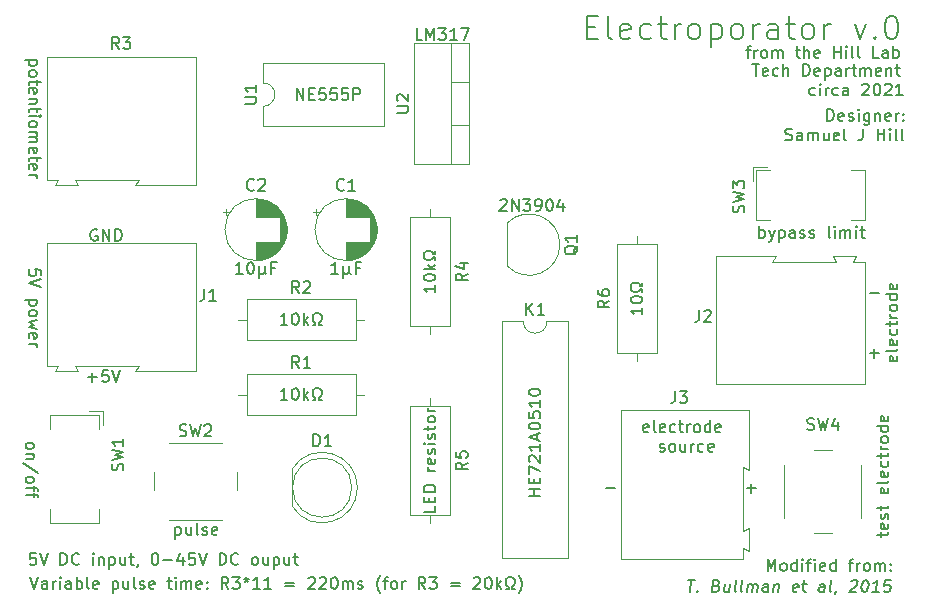
<source format=gbr>
%TF.GenerationSoftware,KiCad,Pcbnew,(5.1.10)-1*%
%TF.CreationDate,2021-10-13T19:13:19-05:00*%
%TF.ProjectId,electroporator,656c6563-7472-46f7-906f-7261746f722e,rev?*%
%TF.SameCoordinates,Original*%
%TF.FileFunction,Legend,Top*%
%TF.FilePolarity,Positive*%
%FSLAX46Y46*%
G04 Gerber Fmt 4.6, Leading zero omitted, Abs format (unit mm)*
G04 Created by KiCad (PCBNEW (5.1.10)-1) date 2021-10-13 19:13:19*
%MOMM*%
%LPD*%
G01*
G04 APERTURE LIST*
%ADD10C,0.150000*%
%ADD11C,0.120000*%
G04 APERTURE END LIST*
D10*
X143454380Y-105084000D02*
X142454380Y-105084000D01*
X142930571Y-105084000D02*
X142930571Y-104512571D01*
X143454380Y-104512571D02*
X142454380Y-104512571D01*
X142930571Y-104036380D02*
X142930571Y-103703047D01*
X143454380Y-103560190D02*
X143454380Y-104036380D01*
X142454380Y-104036380D01*
X142454380Y-103560190D01*
X142454380Y-103226857D02*
X142454380Y-102560190D01*
X143454380Y-102988761D01*
X142549619Y-102226857D02*
X142502000Y-102179238D01*
X142454380Y-102084000D01*
X142454380Y-101845904D01*
X142502000Y-101750666D01*
X142549619Y-101703047D01*
X142644857Y-101655428D01*
X142740095Y-101655428D01*
X142882952Y-101703047D01*
X143454380Y-102274476D01*
X143454380Y-101655428D01*
X143454380Y-100703047D02*
X143454380Y-101274476D01*
X143454380Y-100988761D02*
X142454380Y-100988761D01*
X142597238Y-101084000D01*
X142692476Y-101179238D01*
X142740095Y-101274476D01*
X143168666Y-100322095D02*
X143168666Y-99845904D01*
X143454380Y-100417333D02*
X142454380Y-100084000D01*
X143454380Y-99750666D01*
X142454380Y-99226857D02*
X142454380Y-99131619D01*
X142502000Y-99036380D01*
X142549619Y-98988761D01*
X142644857Y-98941142D01*
X142835333Y-98893523D01*
X143073428Y-98893523D01*
X143263904Y-98941142D01*
X143359142Y-98988761D01*
X143406761Y-99036380D01*
X143454380Y-99131619D01*
X143454380Y-99226857D01*
X143406761Y-99322095D01*
X143359142Y-99369714D01*
X143263904Y-99417333D01*
X143073428Y-99464952D01*
X142835333Y-99464952D01*
X142644857Y-99417333D01*
X142549619Y-99369714D01*
X142502000Y-99322095D01*
X142454380Y-99226857D01*
X142454380Y-97988761D02*
X142454380Y-98464952D01*
X142930571Y-98512571D01*
X142882952Y-98464952D01*
X142835333Y-98369714D01*
X142835333Y-98131619D01*
X142882952Y-98036380D01*
X142930571Y-97988761D01*
X143025809Y-97941142D01*
X143263904Y-97941142D01*
X143359142Y-97988761D01*
X143406761Y-98036380D01*
X143454380Y-98131619D01*
X143454380Y-98369714D01*
X143406761Y-98464952D01*
X143359142Y-98512571D01*
X143454380Y-96988761D02*
X143454380Y-97560190D01*
X143454380Y-97274476D02*
X142454380Y-97274476D01*
X142597238Y-97369714D01*
X142692476Y-97464952D01*
X142740095Y-97560190D01*
X142454380Y-96369714D02*
X142454380Y-96274476D01*
X142502000Y-96179238D01*
X142549619Y-96131619D01*
X142644857Y-96084000D01*
X142835333Y-96036380D01*
X143073428Y-96036380D01*
X143263904Y-96084000D01*
X143359142Y-96131619D01*
X143406761Y-96179238D01*
X143454380Y-96274476D01*
X143454380Y-96369714D01*
X143406761Y-96464952D01*
X143359142Y-96512571D01*
X143263904Y-96560190D01*
X143073428Y-96607809D01*
X142835333Y-96607809D01*
X142644857Y-96560190D01*
X142549619Y-96512571D01*
X142502000Y-96464952D01*
X142454380Y-96369714D01*
X140033714Y-80065619D02*
X140081333Y-80018000D01*
X140176571Y-79970380D01*
X140414666Y-79970380D01*
X140509904Y-80018000D01*
X140557523Y-80065619D01*
X140605142Y-80160857D01*
X140605142Y-80256095D01*
X140557523Y-80398952D01*
X139986095Y-80970380D01*
X140605142Y-80970380D01*
X141033714Y-80970380D02*
X141033714Y-79970380D01*
X141605142Y-80970380D01*
X141605142Y-79970380D01*
X141986095Y-79970380D02*
X142605142Y-79970380D01*
X142271809Y-80351333D01*
X142414666Y-80351333D01*
X142509904Y-80398952D01*
X142557523Y-80446571D01*
X142605142Y-80541809D01*
X142605142Y-80779904D01*
X142557523Y-80875142D01*
X142509904Y-80922761D01*
X142414666Y-80970380D01*
X142128952Y-80970380D01*
X142033714Y-80922761D01*
X141986095Y-80875142D01*
X143081333Y-80970380D02*
X143271809Y-80970380D01*
X143367047Y-80922761D01*
X143414666Y-80875142D01*
X143509904Y-80732285D01*
X143557523Y-80541809D01*
X143557523Y-80160857D01*
X143509904Y-80065619D01*
X143462285Y-80018000D01*
X143367047Y-79970380D01*
X143176571Y-79970380D01*
X143081333Y-80018000D01*
X143033714Y-80065619D01*
X142986095Y-80160857D01*
X142986095Y-80398952D01*
X143033714Y-80494190D01*
X143081333Y-80541809D01*
X143176571Y-80589428D01*
X143367047Y-80589428D01*
X143462285Y-80541809D01*
X143509904Y-80494190D01*
X143557523Y-80398952D01*
X144176571Y-79970380D02*
X144271809Y-79970380D01*
X144367047Y-80018000D01*
X144414666Y-80065619D01*
X144462285Y-80160857D01*
X144509904Y-80351333D01*
X144509904Y-80589428D01*
X144462285Y-80779904D01*
X144414666Y-80875142D01*
X144367047Y-80922761D01*
X144271809Y-80970380D01*
X144176571Y-80970380D01*
X144081333Y-80922761D01*
X144033714Y-80875142D01*
X143986095Y-80779904D01*
X143938476Y-80589428D01*
X143938476Y-80351333D01*
X143986095Y-80160857D01*
X144033714Y-80065619D01*
X144081333Y-80018000D01*
X144176571Y-79970380D01*
X145367047Y-80303714D02*
X145367047Y-80970380D01*
X145128952Y-79922761D02*
X144890857Y-80637047D01*
X145509904Y-80637047D01*
X133437523Y-66492380D02*
X132961333Y-66492380D01*
X132961333Y-65492380D01*
X133770857Y-66492380D02*
X133770857Y-65492380D01*
X134104190Y-66206666D01*
X134437523Y-65492380D01*
X134437523Y-66492380D01*
X134818476Y-65492380D02*
X135437523Y-65492380D01*
X135104190Y-65873333D01*
X135247047Y-65873333D01*
X135342285Y-65920952D01*
X135389904Y-65968571D01*
X135437523Y-66063809D01*
X135437523Y-66301904D01*
X135389904Y-66397142D01*
X135342285Y-66444761D01*
X135247047Y-66492380D01*
X134961333Y-66492380D01*
X134866095Y-66444761D01*
X134818476Y-66397142D01*
X136389904Y-66492380D02*
X135818476Y-66492380D01*
X136104190Y-66492380D02*
X136104190Y-65492380D01*
X136008952Y-65635238D01*
X135913714Y-65730476D01*
X135818476Y-65778095D01*
X136723238Y-65492380D02*
X137389904Y-65492380D01*
X136961333Y-66492380D01*
X122809333Y-71572380D02*
X122809333Y-70572380D01*
X123380761Y-71572380D01*
X123380761Y-70572380D01*
X123856952Y-71048571D02*
X124190285Y-71048571D01*
X124333142Y-71572380D02*
X123856952Y-71572380D01*
X123856952Y-70572380D01*
X124333142Y-70572380D01*
X125237904Y-70572380D02*
X124761714Y-70572380D01*
X124714095Y-71048571D01*
X124761714Y-71000952D01*
X124856952Y-70953333D01*
X125095047Y-70953333D01*
X125190285Y-71000952D01*
X125237904Y-71048571D01*
X125285523Y-71143809D01*
X125285523Y-71381904D01*
X125237904Y-71477142D01*
X125190285Y-71524761D01*
X125095047Y-71572380D01*
X124856952Y-71572380D01*
X124761714Y-71524761D01*
X124714095Y-71477142D01*
X126190285Y-70572380D02*
X125714095Y-70572380D01*
X125666476Y-71048571D01*
X125714095Y-71000952D01*
X125809333Y-70953333D01*
X126047428Y-70953333D01*
X126142666Y-71000952D01*
X126190285Y-71048571D01*
X126237904Y-71143809D01*
X126237904Y-71381904D01*
X126190285Y-71477142D01*
X126142666Y-71524761D01*
X126047428Y-71572380D01*
X125809333Y-71572380D01*
X125714095Y-71524761D01*
X125666476Y-71477142D01*
X127142666Y-70572380D02*
X126666476Y-70572380D01*
X126618857Y-71048571D01*
X126666476Y-71000952D01*
X126761714Y-70953333D01*
X126999809Y-70953333D01*
X127095047Y-71000952D01*
X127142666Y-71048571D01*
X127190285Y-71143809D01*
X127190285Y-71381904D01*
X127142666Y-71477142D01*
X127095047Y-71524761D01*
X126999809Y-71572380D01*
X126761714Y-71572380D01*
X126666476Y-71524761D01*
X126618857Y-71477142D01*
X127618857Y-71572380D02*
X127618857Y-70572380D01*
X127999809Y-70572380D01*
X128095047Y-70620000D01*
X128142666Y-70667619D01*
X128190285Y-70762857D01*
X128190285Y-70905714D01*
X128142666Y-71000952D01*
X128095047Y-71048571D01*
X127999809Y-71096190D01*
X127618857Y-71096190D01*
X126333333Y-86304380D02*
X125761904Y-86304380D01*
X126047619Y-86304380D02*
X126047619Y-85304380D01*
X125952380Y-85447238D01*
X125857142Y-85542476D01*
X125761904Y-85590095D01*
X126761904Y-85637714D02*
X126761904Y-86637714D01*
X127238095Y-86161523D02*
X127285714Y-86256761D01*
X127380952Y-86304380D01*
X126761904Y-86161523D02*
X126809523Y-86256761D01*
X126904761Y-86304380D01*
X127095238Y-86304380D01*
X127190476Y-86256761D01*
X127238095Y-86161523D01*
X127238095Y-85637714D01*
X128142857Y-85780571D02*
X127809523Y-85780571D01*
X127809523Y-86304380D02*
X127809523Y-85304380D01*
X128285714Y-85304380D01*
X118237142Y-86304380D02*
X117665714Y-86304380D01*
X117951428Y-86304380D02*
X117951428Y-85304380D01*
X117856190Y-85447238D01*
X117760952Y-85542476D01*
X117665714Y-85590095D01*
X118856190Y-85304380D02*
X118951428Y-85304380D01*
X119046666Y-85352000D01*
X119094285Y-85399619D01*
X119141904Y-85494857D01*
X119189523Y-85685333D01*
X119189523Y-85923428D01*
X119141904Y-86113904D01*
X119094285Y-86209142D01*
X119046666Y-86256761D01*
X118951428Y-86304380D01*
X118856190Y-86304380D01*
X118760952Y-86256761D01*
X118713333Y-86209142D01*
X118665714Y-86113904D01*
X118618095Y-85923428D01*
X118618095Y-85685333D01*
X118665714Y-85494857D01*
X118713333Y-85399619D01*
X118760952Y-85352000D01*
X118856190Y-85304380D01*
X119618095Y-85637714D02*
X119618095Y-86637714D01*
X120094285Y-86161523D02*
X120141904Y-86256761D01*
X120237142Y-86304380D01*
X119618095Y-86161523D02*
X119665714Y-86256761D01*
X119760952Y-86304380D01*
X119951428Y-86304380D01*
X120046666Y-86256761D01*
X120094285Y-86161523D01*
X120094285Y-85637714D01*
X120999047Y-85780571D02*
X120665714Y-85780571D01*
X120665714Y-86304380D02*
X120665714Y-85304380D01*
X121141904Y-85304380D01*
X100798285Y-68223428D02*
X99798285Y-68223428D01*
X100750666Y-68223428D02*
X100798285Y-68318666D01*
X100798285Y-68509142D01*
X100750666Y-68604380D01*
X100703047Y-68652000D01*
X100607809Y-68699619D01*
X100322095Y-68699619D01*
X100226857Y-68652000D01*
X100179238Y-68604380D01*
X100131619Y-68509142D01*
X100131619Y-68318666D01*
X100179238Y-68223428D01*
X100131619Y-69271047D02*
X100179238Y-69175809D01*
X100226857Y-69128190D01*
X100322095Y-69080571D01*
X100607809Y-69080571D01*
X100703047Y-69128190D01*
X100750666Y-69175809D01*
X100798285Y-69271047D01*
X100798285Y-69413904D01*
X100750666Y-69509142D01*
X100703047Y-69556761D01*
X100607809Y-69604380D01*
X100322095Y-69604380D01*
X100226857Y-69556761D01*
X100179238Y-69509142D01*
X100131619Y-69413904D01*
X100131619Y-69271047D01*
X100798285Y-69890095D02*
X100798285Y-70271047D01*
X101131619Y-70032952D02*
X100274476Y-70032952D01*
X100179238Y-70080571D01*
X100131619Y-70175809D01*
X100131619Y-70271047D01*
X100179238Y-70985333D02*
X100131619Y-70890095D01*
X100131619Y-70699619D01*
X100179238Y-70604380D01*
X100274476Y-70556761D01*
X100655428Y-70556761D01*
X100750666Y-70604380D01*
X100798285Y-70699619D01*
X100798285Y-70890095D01*
X100750666Y-70985333D01*
X100655428Y-71032952D01*
X100560190Y-71032952D01*
X100464952Y-70556761D01*
X100798285Y-71461523D02*
X100131619Y-71461523D01*
X100703047Y-71461523D02*
X100750666Y-71509142D01*
X100798285Y-71604380D01*
X100798285Y-71747238D01*
X100750666Y-71842476D01*
X100655428Y-71890095D01*
X100131619Y-71890095D01*
X100798285Y-72223428D02*
X100798285Y-72604380D01*
X101131619Y-72366285D02*
X100274476Y-72366285D01*
X100179238Y-72413904D01*
X100131619Y-72509142D01*
X100131619Y-72604380D01*
X100131619Y-72937714D02*
X100798285Y-72937714D01*
X101131619Y-72937714D02*
X101084000Y-72890095D01*
X101036380Y-72937714D01*
X101084000Y-72985333D01*
X101131619Y-72937714D01*
X101036380Y-72937714D01*
X100131619Y-73556761D02*
X100179238Y-73461523D01*
X100226857Y-73413904D01*
X100322095Y-73366285D01*
X100607809Y-73366285D01*
X100703047Y-73413904D01*
X100750666Y-73461523D01*
X100798285Y-73556761D01*
X100798285Y-73699619D01*
X100750666Y-73794857D01*
X100703047Y-73842476D01*
X100607809Y-73890095D01*
X100322095Y-73890095D01*
X100226857Y-73842476D01*
X100179238Y-73794857D01*
X100131619Y-73699619D01*
X100131619Y-73556761D01*
X100131619Y-74318666D02*
X100798285Y-74318666D01*
X100703047Y-74318666D02*
X100750666Y-74366285D01*
X100798285Y-74461523D01*
X100798285Y-74604380D01*
X100750666Y-74699619D01*
X100655428Y-74747238D01*
X100131619Y-74747238D01*
X100655428Y-74747238D02*
X100750666Y-74794857D01*
X100798285Y-74890095D01*
X100798285Y-75032952D01*
X100750666Y-75128190D01*
X100655428Y-75175809D01*
X100131619Y-75175809D01*
X100179238Y-76032952D02*
X100131619Y-75937714D01*
X100131619Y-75747238D01*
X100179238Y-75652000D01*
X100274476Y-75604380D01*
X100655428Y-75604380D01*
X100750666Y-75652000D01*
X100798285Y-75747238D01*
X100798285Y-75937714D01*
X100750666Y-76032952D01*
X100655428Y-76080571D01*
X100560190Y-76080571D01*
X100464952Y-75604380D01*
X100798285Y-76366285D02*
X100798285Y-76747238D01*
X101131619Y-76509142D02*
X100274476Y-76509142D01*
X100179238Y-76556761D01*
X100131619Y-76652000D01*
X100131619Y-76747238D01*
X100179238Y-77461523D02*
X100131619Y-77366285D01*
X100131619Y-77175809D01*
X100179238Y-77080571D01*
X100274476Y-77032952D01*
X100655428Y-77032952D01*
X100750666Y-77080571D01*
X100798285Y-77175809D01*
X100798285Y-77366285D01*
X100750666Y-77461523D01*
X100655428Y-77509142D01*
X100560190Y-77509142D01*
X100464952Y-77032952D01*
X100131619Y-77937714D02*
X100798285Y-77937714D01*
X100607809Y-77937714D02*
X100703047Y-77985333D01*
X100750666Y-78032952D01*
X100798285Y-78128190D01*
X100798285Y-78223428D01*
X101131619Y-86415904D02*
X101131619Y-85939714D01*
X100655428Y-85892095D01*
X100703047Y-85939714D01*
X100750666Y-86034952D01*
X100750666Y-86273047D01*
X100703047Y-86368285D01*
X100655428Y-86415904D01*
X100560190Y-86463523D01*
X100322095Y-86463523D01*
X100226857Y-86415904D01*
X100179238Y-86368285D01*
X100131619Y-86273047D01*
X100131619Y-86034952D01*
X100179238Y-85939714D01*
X100226857Y-85892095D01*
X101131619Y-86749238D02*
X100131619Y-87082571D01*
X101131619Y-87415904D01*
X100798285Y-88511142D02*
X99798285Y-88511142D01*
X100750666Y-88511142D02*
X100798285Y-88606380D01*
X100798285Y-88796857D01*
X100750666Y-88892095D01*
X100703047Y-88939714D01*
X100607809Y-88987333D01*
X100322095Y-88987333D01*
X100226857Y-88939714D01*
X100179238Y-88892095D01*
X100131619Y-88796857D01*
X100131619Y-88606380D01*
X100179238Y-88511142D01*
X100131619Y-89558761D02*
X100179238Y-89463523D01*
X100226857Y-89415904D01*
X100322095Y-89368285D01*
X100607809Y-89368285D01*
X100703047Y-89415904D01*
X100750666Y-89463523D01*
X100798285Y-89558761D01*
X100798285Y-89701619D01*
X100750666Y-89796857D01*
X100703047Y-89844476D01*
X100607809Y-89892095D01*
X100322095Y-89892095D01*
X100226857Y-89844476D01*
X100179238Y-89796857D01*
X100131619Y-89701619D01*
X100131619Y-89558761D01*
X100798285Y-90225428D02*
X100131619Y-90415904D01*
X100607809Y-90606380D01*
X100131619Y-90796857D01*
X100798285Y-90987333D01*
X100179238Y-91749238D02*
X100131619Y-91654000D01*
X100131619Y-91463523D01*
X100179238Y-91368285D01*
X100274476Y-91320666D01*
X100655428Y-91320666D01*
X100750666Y-91368285D01*
X100798285Y-91463523D01*
X100798285Y-91654000D01*
X100750666Y-91749238D01*
X100655428Y-91796857D01*
X100560190Y-91796857D01*
X100464952Y-91320666D01*
X100131619Y-92225428D02*
X100798285Y-92225428D01*
X100607809Y-92225428D02*
X100703047Y-92273047D01*
X100750666Y-92320666D01*
X100798285Y-92415904D01*
X100798285Y-92511142D01*
X152590857Y-99655761D02*
X152495619Y-99703380D01*
X152305142Y-99703380D01*
X152209904Y-99655761D01*
X152162285Y-99560523D01*
X152162285Y-99179571D01*
X152209904Y-99084333D01*
X152305142Y-99036714D01*
X152495619Y-99036714D01*
X152590857Y-99084333D01*
X152638476Y-99179571D01*
X152638476Y-99274809D01*
X152162285Y-99370047D01*
X153209904Y-99703380D02*
X153114666Y-99655761D01*
X153067047Y-99560523D01*
X153067047Y-98703380D01*
X153971809Y-99655761D02*
X153876571Y-99703380D01*
X153686095Y-99703380D01*
X153590857Y-99655761D01*
X153543238Y-99560523D01*
X153543238Y-99179571D01*
X153590857Y-99084333D01*
X153686095Y-99036714D01*
X153876571Y-99036714D01*
X153971809Y-99084333D01*
X154019428Y-99179571D01*
X154019428Y-99274809D01*
X153543238Y-99370047D01*
X154876571Y-99655761D02*
X154781333Y-99703380D01*
X154590857Y-99703380D01*
X154495619Y-99655761D01*
X154448000Y-99608142D01*
X154400380Y-99512904D01*
X154400380Y-99227190D01*
X154448000Y-99131952D01*
X154495619Y-99084333D01*
X154590857Y-99036714D01*
X154781333Y-99036714D01*
X154876571Y-99084333D01*
X155162285Y-99036714D02*
X155543238Y-99036714D01*
X155305142Y-98703380D02*
X155305142Y-99560523D01*
X155352761Y-99655761D01*
X155448000Y-99703380D01*
X155543238Y-99703380D01*
X155876571Y-99703380D02*
X155876571Y-99036714D01*
X155876571Y-99227190D02*
X155924190Y-99131952D01*
X155971809Y-99084333D01*
X156067047Y-99036714D01*
X156162285Y-99036714D01*
X156638476Y-99703380D02*
X156543238Y-99655761D01*
X156495619Y-99608142D01*
X156448000Y-99512904D01*
X156448000Y-99227190D01*
X156495619Y-99131952D01*
X156543238Y-99084333D01*
X156638476Y-99036714D01*
X156781333Y-99036714D01*
X156876571Y-99084333D01*
X156924190Y-99131952D01*
X156971809Y-99227190D01*
X156971809Y-99512904D01*
X156924190Y-99608142D01*
X156876571Y-99655761D01*
X156781333Y-99703380D01*
X156638476Y-99703380D01*
X157828952Y-99703380D02*
X157828952Y-98703380D01*
X157828952Y-99655761D02*
X157733714Y-99703380D01*
X157543238Y-99703380D01*
X157448000Y-99655761D01*
X157400380Y-99608142D01*
X157352761Y-99512904D01*
X157352761Y-99227190D01*
X157400380Y-99131952D01*
X157448000Y-99084333D01*
X157543238Y-99036714D01*
X157733714Y-99036714D01*
X157828952Y-99084333D01*
X158686095Y-99655761D02*
X158590857Y-99703380D01*
X158400380Y-99703380D01*
X158305142Y-99655761D01*
X158257523Y-99560523D01*
X158257523Y-99179571D01*
X158305142Y-99084333D01*
X158400380Y-99036714D01*
X158590857Y-99036714D01*
X158686095Y-99084333D01*
X158733714Y-99179571D01*
X158733714Y-99274809D01*
X158257523Y-99370047D01*
X153543238Y-101305761D02*
X153638476Y-101353380D01*
X153828952Y-101353380D01*
X153924190Y-101305761D01*
X153971809Y-101210523D01*
X153971809Y-101162904D01*
X153924190Y-101067666D01*
X153828952Y-101020047D01*
X153686095Y-101020047D01*
X153590857Y-100972428D01*
X153543238Y-100877190D01*
X153543238Y-100829571D01*
X153590857Y-100734333D01*
X153686095Y-100686714D01*
X153828952Y-100686714D01*
X153924190Y-100734333D01*
X154543238Y-101353380D02*
X154448000Y-101305761D01*
X154400380Y-101258142D01*
X154352761Y-101162904D01*
X154352761Y-100877190D01*
X154400380Y-100781952D01*
X154448000Y-100734333D01*
X154543238Y-100686714D01*
X154686095Y-100686714D01*
X154781333Y-100734333D01*
X154828952Y-100781952D01*
X154876571Y-100877190D01*
X154876571Y-101162904D01*
X154828952Y-101258142D01*
X154781333Y-101305761D01*
X154686095Y-101353380D01*
X154543238Y-101353380D01*
X155733714Y-100686714D02*
X155733714Y-101353380D01*
X155305142Y-100686714D02*
X155305142Y-101210523D01*
X155352761Y-101305761D01*
X155448000Y-101353380D01*
X155590857Y-101353380D01*
X155686095Y-101305761D01*
X155733714Y-101258142D01*
X156209904Y-101353380D02*
X156209904Y-100686714D01*
X156209904Y-100877190D02*
X156257523Y-100781952D01*
X156305142Y-100734333D01*
X156400380Y-100686714D01*
X156495619Y-100686714D01*
X157257523Y-101305761D02*
X157162285Y-101353380D01*
X156971809Y-101353380D01*
X156876571Y-101305761D01*
X156828952Y-101258142D01*
X156781333Y-101162904D01*
X156781333Y-100877190D01*
X156828952Y-100781952D01*
X156876571Y-100734333D01*
X156971809Y-100686714D01*
X157162285Y-100686714D01*
X157257523Y-100734333D01*
X158067047Y-101305761D02*
X157971809Y-101353380D01*
X157781333Y-101353380D01*
X157686095Y-101305761D01*
X157638476Y-101210523D01*
X157638476Y-100829571D01*
X157686095Y-100734333D01*
X157781333Y-100686714D01*
X157971809Y-100686714D01*
X158067047Y-100734333D01*
X158114666Y-100829571D01*
X158114666Y-100924809D01*
X157638476Y-101020047D01*
X173632761Y-93281142D02*
X173680380Y-93376380D01*
X173680380Y-93566857D01*
X173632761Y-93662095D01*
X173537523Y-93709714D01*
X173156571Y-93709714D01*
X173061333Y-93662095D01*
X173013714Y-93566857D01*
X173013714Y-93376380D01*
X173061333Y-93281142D01*
X173156571Y-93233523D01*
X173251809Y-93233523D01*
X173347047Y-93709714D01*
X173680380Y-92662095D02*
X173632761Y-92757333D01*
X173537523Y-92804952D01*
X172680380Y-92804952D01*
X173632761Y-91900190D02*
X173680380Y-91995428D01*
X173680380Y-92185904D01*
X173632761Y-92281142D01*
X173537523Y-92328761D01*
X173156571Y-92328761D01*
X173061333Y-92281142D01*
X173013714Y-92185904D01*
X173013714Y-91995428D01*
X173061333Y-91900190D01*
X173156571Y-91852571D01*
X173251809Y-91852571D01*
X173347047Y-92328761D01*
X173632761Y-90995428D02*
X173680380Y-91090666D01*
X173680380Y-91281142D01*
X173632761Y-91376380D01*
X173585142Y-91424000D01*
X173489904Y-91471619D01*
X173204190Y-91471619D01*
X173108952Y-91424000D01*
X173061333Y-91376380D01*
X173013714Y-91281142D01*
X173013714Y-91090666D01*
X173061333Y-90995428D01*
X173013714Y-90709714D02*
X173013714Y-90328761D01*
X172680380Y-90566857D02*
X173537523Y-90566857D01*
X173632761Y-90519238D01*
X173680380Y-90424000D01*
X173680380Y-90328761D01*
X173680380Y-89995428D02*
X173013714Y-89995428D01*
X173204190Y-89995428D02*
X173108952Y-89947809D01*
X173061333Y-89900190D01*
X173013714Y-89804952D01*
X173013714Y-89709714D01*
X173680380Y-89233523D02*
X173632761Y-89328761D01*
X173585142Y-89376380D01*
X173489904Y-89424000D01*
X173204190Y-89424000D01*
X173108952Y-89376380D01*
X173061333Y-89328761D01*
X173013714Y-89233523D01*
X173013714Y-89090666D01*
X173061333Y-88995428D01*
X173108952Y-88947809D01*
X173204190Y-88900190D01*
X173489904Y-88900190D01*
X173585142Y-88947809D01*
X173632761Y-88995428D01*
X173680380Y-89090666D01*
X173680380Y-89233523D01*
X173680380Y-88043047D02*
X172680380Y-88043047D01*
X173632761Y-88043047D02*
X173680380Y-88138285D01*
X173680380Y-88328761D01*
X173632761Y-88424000D01*
X173585142Y-88471619D01*
X173489904Y-88519238D01*
X173204190Y-88519238D01*
X173108952Y-88471619D01*
X173061333Y-88424000D01*
X173013714Y-88328761D01*
X173013714Y-88138285D01*
X173061333Y-88043047D01*
X173632761Y-87185904D02*
X173680380Y-87281142D01*
X173680380Y-87471619D01*
X173632761Y-87566857D01*
X173537523Y-87614476D01*
X173156571Y-87614476D01*
X173061333Y-87566857D01*
X173013714Y-87471619D01*
X173013714Y-87281142D01*
X173061333Y-87185904D01*
X173156571Y-87138285D01*
X173251809Y-87138285D01*
X173347047Y-87614476D01*
X134564380Y-105965142D02*
X134564380Y-106441333D01*
X133564380Y-106441333D01*
X134040571Y-105631809D02*
X134040571Y-105298476D01*
X134564380Y-105155619D02*
X134564380Y-105631809D01*
X133564380Y-105631809D01*
X133564380Y-105155619D01*
X134564380Y-104727047D02*
X133564380Y-104727047D01*
X133564380Y-104488952D01*
X133612000Y-104346095D01*
X133707238Y-104250857D01*
X133802476Y-104203238D01*
X133992952Y-104155619D01*
X134135809Y-104155619D01*
X134326285Y-104203238D01*
X134421523Y-104250857D01*
X134516761Y-104346095D01*
X134564380Y-104488952D01*
X134564380Y-104727047D01*
X134564380Y-102965142D02*
X133897714Y-102965142D01*
X134088190Y-102965142D02*
X133992952Y-102917523D01*
X133945333Y-102869904D01*
X133897714Y-102774666D01*
X133897714Y-102679428D01*
X134516761Y-101965142D02*
X134564380Y-102060380D01*
X134564380Y-102250857D01*
X134516761Y-102346095D01*
X134421523Y-102393714D01*
X134040571Y-102393714D01*
X133945333Y-102346095D01*
X133897714Y-102250857D01*
X133897714Y-102060380D01*
X133945333Y-101965142D01*
X134040571Y-101917523D01*
X134135809Y-101917523D01*
X134231047Y-102393714D01*
X134516761Y-101536571D02*
X134564380Y-101441333D01*
X134564380Y-101250857D01*
X134516761Y-101155619D01*
X134421523Y-101108000D01*
X134373904Y-101108000D01*
X134278666Y-101155619D01*
X134231047Y-101250857D01*
X134231047Y-101393714D01*
X134183428Y-101488952D01*
X134088190Y-101536571D01*
X134040571Y-101536571D01*
X133945333Y-101488952D01*
X133897714Y-101393714D01*
X133897714Y-101250857D01*
X133945333Y-101155619D01*
X134564380Y-100679428D02*
X133897714Y-100679428D01*
X133564380Y-100679428D02*
X133612000Y-100727047D01*
X133659619Y-100679428D01*
X133612000Y-100631809D01*
X133564380Y-100679428D01*
X133659619Y-100679428D01*
X134516761Y-100250857D02*
X134564380Y-100155619D01*
X134564380Y-99965142D01*
X134516761Y-99869904D01*
X134421523Y-99822285D01*
X134373904Y-99822285D01*
X134278666Y-99869904D01*
X134231047Y-99965142D01*
X134231047Y-100108000D01*
X134183428Y-100203238D01*
X134088190Y-100250857D01*
X134040571Y-100250857D01*
X133945333Y-100203238D01*
X133897714Y-100108000D01*
X133897714Y-99965142D01*
X133945333Y-99869904D01*
X133897714Y-99536571D02*
X133897714Y-99155619D01*
X133564380Y-99393714D02*
X134421523Y-99393714D01*
X134516761Y-99346095D01*
X134564380Y-99250857D01*
X134564380Y-99155619D01*
X134564380Y-98679428D02*
X134516761Y-98774666D01*
X134469142Y-98822285D01*
X134373904Y-98869904D01*
X134088190Y-98869904D01*
X133992952Y-98822285D01*
X133945333Y-98774666D01*
X133897714Y-98679428D01*
X133897714Y-98536571D01*
X133945333Y-98441333D01*
X133992952Y-98393714D01*
X134088190Y-98346095D01*
X134373904Y-98346095D01*
X134469142Y-98393714D01*
X134516761Y-98441333D01*
X134564380Y-98536571D01*
X134564380Y-98679428D01*
X134564380Y-97917523D02*
X133897714Y-97917523D01*
X134088190Y-97917523D02*
X133992952Y-97869904D01*
X133945333Y-97822285D01*
X133897714Y-97727047D01*
X133897714Y-97631809D01*
X122023333Y-96972380D02*
X121451904Y-96972380D01*
X121737619Y-96972380D02*
X121737619Y-95972380D01*
X121642380Y-96115238D01*
X121547142Y-96210476D01*
X121451904Y-96258095D01*
X122642380Y-95972380D02*
X122737619Y-95972380D01*
X122832857Y-96020000D01*
X122880476Y-96067619D01*
X122928095Y-96162857D01*
X122975714Y-96353333D01*
X122975714Y-96591428D01*
X122928095Y-96781904D01*
X122880476Y-96877142D01*
X122832857Y-96924761D01*
X122737619Y-96972380D01*
X122642380Y-96972380D01*
X122547142Y-96924761D01*
X122499523Y-96877142D01*
X122451904Y-96781904D01*
X122404285Y-96591428D01*
X122404285Y-96353333D01*
X122451904Y-96162857D01*
X122499523Y-96067619D01*
X122547142Y-96020000D01*
X122642380Y-95972380D01*
X123404285Y-96972380D02*
X123404285Y-95972380D01*
X123499523Y-96591428D02*
X123785238Y-96972380D01*
X123785238Y-96305714D02*
X123404285Y-96686666D01*
X124166190Y-96972380D02*
X124404285Y-96972380D01*
X124404285Y-96781904D01*
X124309047Y-96734285D01*
X124213809Y-96639047D01*
X124166190Y-96496190D01*
X124166190Y-96258095D01*
X124213809Y-96115238D01*
X124309047Y-96020000D01*
X124451904Y-95972380D01*
X124642380Y-95972380D01*
X124785238Y-96020000D01*
X124880476Y-96115238D01*
X124928095Y-96258095D01*
X124928095Y-96496190D01*
X124880476Y-96639047D01*
X124785238Y-96734285D01*
X124690000Y-96781904D01*
X124690000Y-96972380D01*
X124928095Y-96972380D01*
X134564380Y-87272666D02*
X134564380Y-87844095D01*
X134564380Y-87558380D02*
X133564380Y-87558380D01*
X133707238Y-87653619D01*
X133802476Y-87748857D01*
X133850095Y-87844095D01*
X133564380Y-86653619D02*
X133564380Y-86558380D01*
X133612000Y-86463142D01*
X133659619Y-86415523D01*
X133754857Y-86367904D01*
X133945333Y-86320285D01*
X134183428Y-86320285D01*
X134373904Y-86367904D01*
X134469142Y-86415523D01*
X134516761Y-86463142D01*
X134564380Y-86558380D01*
X134564380Y-86653619D01*
X134516761Y-86748857D01*
X134469142Y-86796476D01*
X134373904Y-86844095D01*
X134183428Y-86891714D01*
X133945333Y-86891714D01*
X133754857Y-86844095D01*
X133659619Y-86796476D01*
X133612000Y-86748857D01*
X133564380Y-86653619D01*
X134564380Y-85891714D02*
X133564380Y-85891714D01*
X134183428Y-85796476D02*
X134564380Y-85510761D01*
X133897714Y-85510761D02*
X134278666Y-85891714D01*
X134564380Y-85129809D02*
X134564380Y-84891714D01*
X134373904Y-84891714D01*
X134326285Y-84986952D01*
X134231047Y-85082190D01*
X134088190Y-85129809D01*
X133850095Y-85129809D01*
X133707238Y-85082190D01*
X133612000Y-84986952D01*
X133564380Y-84844095D01*
X133564380Y-84653619D01*
X133612000Y-84510761D01*
X133707238Y-84415523D01*
X133850095Y-84367904D01*
X134088190Y-84367904D01*
X134231047Y-84415523D01*
X134326285Y-84510761D01*
X134373904Y-84606000D01*
X134564380Y-84606000D01*
X134564380Y-84367904D01*
X122023333Y-90622380D02*
X121451904Y-90622380D01*
X121737619Y-90622380D02*
X121737619Y-89622380D01*
X121642380Y-89765238D01*
X121547142Y-89860476D01*
X121451904Y-89908095D01*
X122642380Y-89622380D02*
X122737619Y-89622380D01*
X122832857Y-89670000D01*
X122880476Y-89717619D01*
X122928095Y-89812857D01*
X122975714Y-90003333D01*
X122975714Y-90241428D01*
X122928095Y-90431904D01*
X122880476Y-90527142D01*
X122832857Y-90574761D01*
X122737619Y-90622380D01*
X122642380Y-90622380D01*
X122547142Y-90574761D01*
X122499523Y-90527142D01*
X122451904Y-90431904D01*
X122404285Y-90241428D01*
X122404285Y-90003333D01*
X122451904Y-89812857D01*
X122499523Y-89717619D01*
X122547142Y-89670000D01*
X122642380Y-89622380D01*
X123404285Y-90622380D02*
X123404285Y-89622380D01*
X123499523Y-90241428D02*
X123785238Y-90622380D01*
X123785238Y-89955714D02*
X123404285Y-90336666D01*
X124166190Y-90622380D02*
X124404285Y-90622380D01*
X124404285Y-90431904D01*
X124309047Y-90384285D01*
X124213809Y-90289047D01*
X124166190Y-90146190D01*
X124166190Y-89908095D01*
X124213809Y-89765238D01*
X124309047Y-89670000D01*
X124451904Y-89622380D01*
X124642380Y-89622380D01*
X124785238Y-89670000D01*
X124880476Y-89765238D01*
X124928095Y-89908095D01*
X124928095Y-90146190D01*
X124880476Y-90289047D01*
X124785238Y-90384285D01*
X124690000Y-90431904D01*
X124690000Y-90622380D01*
X124928095Y-90622380D01*
X152090380Y-89153904D02*
X152090380Y-89725333D01*
X152090380Y-89439619D02*
X151090380Y-89439619D01*
X151233238Y-89534857D01*
X151328476Y-89630095D01*
X151376095Y-89725333D01*
X151090380Y-88534857D02*
X151090380Y-88439619D01*
X151138000Y-88344380D01*
X151185619Y-88296761D01*
X151280857Y-88249142D01*
X151471333Y-88201523D01*
X151709428Y-88201523D01*
X151899904Y-88249142D01*
X151995142Y-88296761D01*
X152042761Y-88344380D01*
X152090380Y-88439619D01*
X152090380Y-88534857D01*
X152042761Y-88630095D01*
X151995142Y-88677714D01*
X151899904Y-88725333D01*
X151709428Y-88772952D01*
X151471333Y-88772952D01*
X151280857Y-88725333D01*
X151185619Y-88677714D01*
X151138000Y-88630095D01*
X151090380Y-88534857D01*
X152090380Y-87820571D02*
X152090380Y-87582476D01*
X151899904Y-87582476D01*
X151852285Y-87677714D01*
X151757047Y-87772952D01*
X151614190Y-87820571D01*
X151376095Y-87820571D01*
X151233238Y-87772952D01*
X151138000Y-87677714D01*
X151090380Y-87534857D01*
X151090380Y-87344380D01*
X151138000Y-87201523D01*
X151233238Y-87106285D01*
X151376095Y-87058666D01*
X151614190Y-87058666D01*
X151757047Y-87106285D01*
X151852285Y-87201523D01*
X151899904Y-87296761D01*
X152090380Y-87296761D01*
X152090380Y-87058666D01*
X172251714Y-108544666D02*
X172251714Y-108163714D01*
X171918380Y-108401809D02*
X172775523Y-108401809D01*
X172870761Y-108354190D01*
X172918380Y-108258952D01*
X172918380Y-108163714D01*
X172870761Y-107449428D02*
X172918380Y-107544666D01*
X172918380Y-107735142D01*
X172870761Y-107830380D01*
X172775523Y-107878000D01*
X172394571Y-107878000D01*
X172299333Y-107830380D01*
X172251714Y-107735142D01*
X172251714Y-107544666D01*
X172299333Y-107449428D01*
X172394571Y-107401809D01*
X172489809Y-107401809D01*
X172585047Y-107878000D01*
X172870761Y-107020857D02*
X172918380Y-106925619D01*
X172918380Y-106735142D01*
X172870761Y-106639904D01*
X172775523Y-106592285D01*
X172727904Y-106592285D01*
X172632666Y-106639904D01*
X172585047Y-106735142D01*
X172585047Y-106878000D01*
X172537428Y-106973238D01*
X172442190Y-107020857D01*
X172394571Y-107020857D01*
X172299333Y-106973238D01*
X172251714Y-106878000D01*
X172251714Y-106735142D01*
X172299333Y-106639904D01*
X172251714Y-106306571D02*
X172251714Y-105925619D01*
X171918380Y-106163714D02*
X172775523Y-106163714D01*
X172870761Y-106116095D01*
X172918380Y-106020857D01*
X172918380Y-105925619D01*
X172870761Y-104449428D02*
X172918380Y-104544666D01*
X172918380Y-104735142D01*
X172870761Y-104830380D01*
X172775523Y-104878000D01*
X172394571Y-104878000D01*
X172299333Y-104830380D01*
X172251714Y-104735142D01*
X172251714Y-104544666D01*
X172299333Y-104449428D01*
X172394571Y-104401809D01*
X172489809Y-104401809D01*
X172585047Y-104878000D01*
X172918380Y-103830380D02*
X172870761Y-103925619D01*
X172775523Y-103973238D01*
X171918380Y-103973238D01*
X172870761Y-103068476D02*
X172918380Y-103163714D01*
X172918380Y-103354190D01*
X172870761Y-103449428D01*
X172775523Y-103497047D01*
X172394571Y-103497047D01*
X172299333Y-103449428D01*
X172251714Y-103354190D01*
X172251714Y-103163714D01*
X172299333Y-103068476D01*
X172394571Y-103020857D01*
X172489809Y-103020857D01*
X172585047Y-103497047D01*
X172870761Y-102163714D02*
X172918380Y-102258952D01*
X172918380Y-102449428D01*
X172870761Y-102544666D01*
X172823142Y-102592285D01*
X172727904Y-102639904D01*
X172442190Y-102639904D01*
X172346952Y-102592285D01*
X172299333Y-102544666D01*
X172251714Y-102449428D01*
X172251714Y-102258952D01*
X172299333Y-102163714D01*
X172251714Y-101878000D02*
X172251714Y-101497047D01*
X171918380Y-101735142D02*
X172775523Y-101735142D01*
X172870761Y-101687523D01*
X172918380Y-101592285D01*
X172918380Y-101497047D01*
X172918380Y-101163714D02*
X172251714Y-101163714D01*
X172442190Y-101163714D02*
X172346952Y-101116095D01*
X172299333Y-101068476D01*
X172251714Y-100973238D01*
X172251714Y-100878000D01*
X172918380Y-100401809D02*
X172870761Y-100497047D01*
X172823142Y-100544666D01*
X172727904Y-100592285D01*
X172442190Y-100592285D01*
X172346952Y-100544666D01*
X172299333Y-100497047D01*
X172251714Y-100401809D01*
X172251714Y-100258952D01*
X172299333Y-100163714D01*
X172346952Y-100116095D01*
X172442190Y-100068476D01*
X172727904Y-100068476D01*
X172823142Y-100116095D01*
X172870761Y-100163714D01*
X172918380Y-100258952D01*
X172918380Y-100401809D01*
X172918380Y-99211333D02*
X171918380Y-99211333D01*
X172870761Y-99211333D02*
X172918380Y-99306571D01*
X172918380Y-99497047D01*
X172870761Y-99592285D01*
X172823142Y-99639904D01*
X172727904Y-99687523D01*
X172442190Y-99687523D01*
X172346952Y-99639904D01*
X172299333Y-99592285D01*
X172251714Y-99497047D01*
X172251714Y-99306571D01*
X172299333Y-99211333D01*
X172870761Y-98354190D02*
X172918380Y-98449428D01*
X172918380Y-98639904D01*
X172870761Y-98735142D01*
X172775523Y-98782761D01*
X172394571Y-98782761D01*
X172299333Y-98735142D01*
X172251714Y-98639904D01*
X172251714Y-98449428D01*
X172299333Y-98354190D01*
X172394571Y-98306571D01*
X172489809Y-98306571D01*
X172585047Y-98782761D01*
X161989047Y-83256380D02*
X161989047Y-82256380D01*
X161989047Y-82637333D02*
X162084285Y-82589714D01*
X162274761Y-82589714D01*
X162370000Y-82637333D01*
X162417619Y-82684952D01*
X162465238Y-82780190D01*
X162465238Y-83065904D01*
X162417619Y-83161142D01*
X162370000Y-83208761D01*
X162274761Y-83256380D01*
X162084285Y-83256380D01*
X161989047Y-83208761D01*
X162798571Y-82589714D02*
X163036666Y-83256380D01*
X163274761Y-82589714D02*
X163036666Y-83256380D01*
X162941428Y-83494476D01*
X162893809Y-83542095D01*
X162798571Y-83589714D01*
X163655714Y-82589714D02*
X163655714Y-83589714D01*
X163655714Y-82637333D02*
X163750952Y-82589714D01*
X163941428Y-82589714D01*
X164036666Y-82637333D01*
X164084285Y-82684952D01*
X164131904Y-82780190D01*
X164131904Y-83065904D01*
X164084285Y-83161142D01*
X164036666Y-83208761D01*
X163941428Y-83256380D01*
X163750952Y-83256380D01*
X163655714Y-83208761D01*
X164989047Y-83256380D02*
X164989047Y-82732571D01*
X164941428Y-82637333D01*
X164846190Y-82589714D01*
X164655714Y-82589714D01*
X164560476Y-82637333D01*
X164989047Y-83208761D02*
X164893809Y-83256380D01*
X164655714Y-83256380D01*
X164560476Y-83208761D01*
X164512857Y-83113523D01*
X164512857Y-83018285D01*
X164560476Y-82923047D01*
X164655714Y-82875428D01*
X164893809Y-82875428D01*
X164989047Y-82827809D01*
X165417619Y-83208761D02*
X165512857Y-83256380D01*
X165703333Y-83256380D01*
X165798571Y-83208761D01*
X165846190Y-83113523D01*
X165846190Y-83065904D01*
X165798571Y-82970666D01*
X165703333Y-82923047D01*
X165560476Y-82923047D01*
X165465238Y-82875428D01*
X165417619Y-82780190D01*
X165417619Y-82732571D01*
X165465238Y-82637333D01*
X165560476Y-82589714D01*
X165703333Y-82589714D01*
X165798571Y-82637333D01*
X166227142Y-83208761D02*
X166322380Y-83256380D01*
X166512857Y-83256380D01*
X166608095Y-83208761D01*
X166655714Y-83113523D01*
X166655714Y-83065904D01*
X166608095Y-82970666D01*
X166512857Y-82923047D01*
X166370000Y-82923047D01*
X166274761Y-82875428D01*
X166227142Y-82780190D01*
X166227142Y-82732571D01*
X166274761Y-82637333D01*
X166370000Y-82589714D01*
X166512857Y-82589714D01*
X166608095Y-82637333D01*
X167989047Y-83256380D02*
X167893809Y-83208761D01*
X167846190Y-83113523D01*
X167846190Y-82256380D01*
X168370000Y-83256380D02*
X168370000Y-82589714D01*
X168370000Y-82256380D02*
X168322380Y-82304000D01*
X168370000Y-82351619D01*
X168417619Y-82304000D01*
X168370000Y-82256380D01*
X168370000Y-82351619D01*
X168846190Y-83256380D02*
X168846190Y-82589714D01*
X168846190Y-82684952D02*
X168893809Y-82637333D01*
X168989047Y-82589714D01*
X169131904Y-82589714D01*
X169227142Y-82637333D01*
X169274761Y-82732571D01*
X169274761Y-83256380D01*
X169274761Y-82732571D02*
X169322380Y-82637333D01*
X169417619Y-82589714D01*
X169560476Y-82589714D01*
X169655714Y-82637333D01*
X169703333Y-82732571D01*
X169703333Y-83256380D01*
X170179523Y-83256380D02*
X170179523Y-82589714D01*
X170179523Y-82256380D02*
X170131904Y-82304000D01*
X170179523Y-82351619D01*
X170227142Y-82304000D01*
X170179523Y-82256380D01*
X170179523Y-82351619D01*
X170512857Y-82589714D02*
X170893809Y-82589714D01*
X170655714Y-82256380D02*
X170655714Y-83113523D01*
X170703333Y-83208761D01*
X170798571Y-83256380D01*
X170893809Y-83256380D01*
X112538095Y-107735714D02*
X112538095Y-108735714D01*
X112538095Y-107783333D02*
X112633333Y-107735714D01*
X112823809Y-107735714D01*
X112919047Y-107783333D01*
X112966666Y-107830952D01*
X113014285Y-107926190D01*
X113014285Y-108211904D01*
X112966666Y-108307142D01*
X112919047Y-108354761D01*
X112823809Y-108402380D01*
X112633333Y-108402380D01*
X112538095Y-108354761D01*
X113871428Y-107735714D02*
X113871428Y-108402380D01*
X113442857Y-107735714D02*
X113442857Y-108259523D01*
X113490476Y-108354761D01*
X113585714Y-108402380D01*
X113728571Y-108402380D01*
X113823809Y-108354761D01*
X113871428Y-108307142D01*
X114490476Y-108402380D02*
X114395238Y-108354761D01*
X114347619Y-108259523D01*
X114347619Y-107402380D01*
X114823809Y-108354761D02*
X114919047Y-108402380D01*
X115109523Y-108402380D01*
X115204761Y-108354761D01*
X115252380Y-108259523D01*
X115252380Y-108211904D01*
X115204761Y-108116666D01*
X115109523Y-108069047D01*
X114966666Y-108069047D01*
X114871428Y-108021428D01*
X114823809Y-107926190D01*
X114823809Y-107878571D01*
X114871428Y-107783333D01*
X114966666Y-107735714D01*
X115109523Y-107735714D01*
X115204761Y-107783333D01*
X116061904Y-108354761D02*
X115966666Y-108402380D01*
X115776190Y-108402380D01*
X115680952Y-108354761D01*
X115633333Y-108259523D01*
X115633333Y-107878571D01*
X115680952Y-107783333D01*
X115776190Y-107735714D01*
X115966666Y-107735714D01*
X116061904Y-107783333D01*
X116109523Y-107878571D01*
X116109523Y-107973809D01*
X115633333Y-108069047D01*
X99877619Y-100798571D02*
X99925238Y-100703333D01*
X99972857Y-100655714D01*
X100068095Y-100608095D01*
X100353809Y-100608095D01*
X100449047Y-100655714D01*
X100496666Y-100703333D01*
X100544285Y-100798571D01*
X100544285Y-100941428D01*
X100496666Y-101036666D01*
X100449047Y-101084285D01*
X100353809Y-101131904D01*
X100068095Y-101131904D01*
X99972857Y-101084285D01*
X99925238Y-101036666D01*
X99877619Y-100941428D01*
X99877619Y-100798571D01*
X100544285Y-101560476D02*
X99877619Y-101560476D01*
X100449047Y-101560476D02*
X100496666Y-101608095D01*
X100544285Y-101703333D01*
X100544285Y-101846190D01*
X100496666Y-101941428D01*
X100401428Y-101989047D01*
X99877619Y-101989047D01*
X100925238Y-103179523D02*
X99639523Y-102322380D01*
X99877619Y-103655714D02*
X99925238Y-103560476D01*
X99972857Y-103512857D01*
X100068095Y-103465238D01*
X100353809Y-103465238D01*
X100449047Y-103512857D01*
X100496666Y-103560476D01*
X100544285Y-103655714D01*
X100544285Y-103798571D01*
X100496666Y-103893809D01*
X100449047Y-103941428D01*
X100353809Y-103989047D01*
X100068095Y-103989047D01*
X99972857Y-103941428D01*
X99925238Y-103893809D01*
X99877619Y-103798571D01*
X99877619Y-103655714D01*
X100544285Y-104274761D02*
X100544285Y-104655714D01*
X99877619Y-104417619D02*
X100734761Y-104417619D01*
X100830000Y-104465238D01*
X100877619Y-104560476D01*
X100877619Y-104655714D01*
X100544285Y-104846190D02*
X100544285Y-105227142D01*
X99877619Y-104989047D02*
X100734761Y-104989047D01*
X100830000Y-105036666D01*
X100877619Y-105131904D01*
X100877619Y-105227142D01*
X105918095Y-82558000D02*
X105822857Y-82510380D01*
X105680000Y-82510380D01*
X105537142Y-82558000D01*
X105441904Y-82653238D01*
X105394285Y-82748476D01*
X105346666Y-82938952D01*
X105346666Y-83081809D01*
X105394285Y-83272285D01*
X105441904Y-83367523D01*
X105537142Y-83462761D01*
X105680000Y-83510380D01*
X105775238Y-83510380D01*
X105918095Y-83462761D01*
X105965714Y-83415142D01*
X105965714Y-83081809D01*
X105775238Y-83081809D01*
X106394285Y-83510380D02*
X106394285Y-82510380D01*
X106965714Y-83510380D01*
X106965714Y-82510380D01*
X107441904Y-83510380D02*
X107441904Y-82510380D01*
X107680000Y-82510380D01*
X107822857Y-82558000D01*
X107918095Y-82653238D01*
X107965714Y-82748476D01*
X108013333Y-82938952D01*
X108013333Y-83081809D01*
X107965714Y-83272285D01*
X107918095Y-83367523D01*
X107822857Y-83462761D01*
X107680000Y-83510380D01*
X107441904Y-83510380D01*
X105140285Y-95067428D02*
X105902190Y-95067428D01*
X105521238Y-95448380D02*
X105521238Y-94686476D01*
X106854571Y-94448380D02*
X106378380Y-94448380D01*
X106330761Y-94924571D01*
X106378380Y-94876952D01*
X106473619Y-94829333D01*
X106711714Y-94829333D01*
X106806952Y-94876952D01*
X106854571Y-94924571D01*
X106902190Y-95019809D01*
X106902190Y-95257904D01*
X106854571Y-95353142D01*
X106806952Y-95400761D01*
X106711714Y-95448380D01*
X106473619Y-95448380D01*
X106378380Y-95400761D01*
X106330761Y-95353142D01*
X107187904Y-94448380D02*
X107521238Y-95448380D01*
X107854571Y-94448380D01*
X148971047Y-104465428D02*
X149732952Y-104465428D01*
X160909047Y-104465428D02*
X161670952Y-104465428D01*
X161290000Y-104846380D02*
X161290000Y-104084476D01*
X171323047Y-93035428D02*
X172084952Y-93035428D01*
X171704000Y-93416380D02*
X171704000Y-92654476D01*
X171323047Y-87955428D02*
X172084952Y-87955428D01*
X164187809Y-74953761D02*
X164330666Y-75001380D01*
X164568761Y-75001380D01*
X164664000Y-74953761D01*
X164711619Y-74906142D01*
X164759238Y-74810904D01*
X164759238Y-74715666D01*
X164711619Y-74620428D01*
X164664000Y-74572809D01*
X164568761Y-74525190D01*
X164378285Y-74477571D01*
X164283047Y-74429952D01*
X164235428Y-74382333D01*
X164187809Y-74287095D01*
X164187809Y-74191857D01*
X164235428Y-74096619D01*
X164283047Y-74049000D01*
X164378285Y-74001380D01*
X164616380Y-74001380D01*
X164759238Y-74049000D01*
X165616380Y-75001380D02*
X165616380Y-74477571D01*
X165568761Y-74382333D01*
X165473523Y-74334714D01*
X165283047Y-74334714D01*
X165187809Y-74382333D01*
X165616380Y-74953761D02*
X165521142Y-75001380D01*
X165283047Y-75001380D01*
X165187809Y-74953761D01*
X165140190Y-74858523D01*
X165140190Y-74763285D01*
X165187809Y-74668047D01*
X165283047Y-74620428D01*
X165521142Y-74620428D01*
X165616380Y-74572809D01*
X166092571Y-75001380D02*
X166092571Y-74334714D01*
X166092571Y-74429952D02*
X166140190Y-74382333D01*
X166235428Y-74334714D01*
X166378285Y-74334714D01*
X166473523Y-74382333D01*
X166521142Y-74477571D01*
X166521142Y-75001380D01*
X166521142Y-74477571D02*
X166568761Y-74382333D01*
X166664000Y-74334714D01*
X166806857Y-74334714D01*
X166902095Y-74382333D01*
X166949714Y-74477571D01*
X166949714Y-75001380D01*
X167854476Y-74334714D02*
X167854476Y-75001380D01*
X167425904Y-74334714D02*
X167425904Y-74858523D01*
X167473523Y-74953761D01*
X167568761Y-75001380D01*
X167711619Y-75001380D01*
X167806857Y-74953761D01*
X167854476Y-74906142D01*
X168711619Y-74953761D02*
X168616380Y-75001380D01*
X168425904Y-75001380D01*
X168330666Y-74953761D01*
X168283047Y-74858523D01*
X168283047Y-74477571D01*
X168330666Y-74382333D01*
X168425904Y-74334714D01*
X168616380Y-74334714D01*
X168711619Y-74382333D01*
X168759238Y-74477571D01*
X168759238Y-74572809D01*
X168283047Y-74668047D01*
X169330666Y-75001380D02*
X169235428Y-74953761D01*
X169187809Y-74858523D01*
X169187809Y-74001380D01*
X170759238Y-74001380D02*
X170759238Y-74715666D01*
X170711619Y-74858523D01*
X170616380Y-74953761D01*
X170473523Y-75001380D01*
X170378285Y-75001380D01*
X171997333Y-75001380D02*
X171997333Y-74001380D01*
X171997333Y-74477571D02*
X172568761Y-74477571D01*
X172568761Y-75001380D02*
X172568761Y-74001380D01*
X173044952Y-75001380D02*
X173044952Y-74334714D01*
X173044952Y-74001380D02*
X172997333Y-74049000D01*
X173044952Y-74096619D01*
X173092571Y-74049000D01*
X173044952Y-74001380D01*
X173044952Y-74096619D01*
X173664000Y-75001380D02*
X173568761Y-74953761D01*
X173521142Y-74858523D01*
X173521142Y-74001380D01*
X174187809Y-75001380D02*
X174092571Y-74953761D01*
X174044952Y-74858523D01*
X174044952Y-74001380D01*
X167727714Y-73350380D02*
X167727714Y-72350380D01*
X167965809Y-72350380D01*
X168108666Y-72398000D01*
X168203904Y-72493238D01*
X168251523Y-72588476D01*
X168299142Y-72778952D01*
X168299142Y-72921809D01*
X168251523Y-73112285D01*
X168203904Y-73207523D01*
X168108666Y-73302761D01*
X167965809Y-73350380D01*
X167727714Y-73350380D01*
X169108666Y-73302761D02*
X169013428Y-73350380D01*
X168822952Y-73350380D01*
X168727714Y-73302761D01*
X168680095Y-73207523D01*
X168680095Y-72826571D01*
X168727714Y-72731333D01*
X168822952Y-72683714D01*
X169013428Y-72683714D01*
X169108666Y-72731333D01*
X169156285Y-72826571D01*
X169156285Y-72921809D01*
X168680095Y-73017047D01*
X169537238Y-73302761D02*
X169632476Y-73350380D01*
X169822952Y-73350380D01*
X169918190Y-73302761D01*
X169965809Y-73207523D01*
X169965809Y-73159904D01*
X169918190Y-73064666D01*
X169822952Y-73017047D01*
X169680095Y-73017047D01*
X169584857Y-72969428D01*
X169537238Y-72874190D01*
X169537238Y-72826571D01*
X169584857Y-72731333D01*
X169680095Y-72683714D01*
X169822952Y-72683714D01*
X169918190Y-72731333D01*
X170394380Y-73350380D02*
X170394380Y-72683714D01*
X170394380Y-72350380D02*
X170346761Y-72398000D01*
X170394380Y-72445619D01*
X170442000Y-72398000D01*
X170394380Y-72350380D01*
X170394380Y-72445619D01*
X171299142Y-72683714D02*
X171299142Y-73493238D01*
X171251523Y-73588476D01*
X171203904Y-73636095D01*
X171108666Y-73683714D01*
X170965809Y-73683714D01*
X170870571Y-73636095D01*
X171299142Y-73302761D02*
X171203904Y-73350380D01*
X171013428Y-73350380D01*
X170918190Y-73302761D01*
X170870571Y-73255142D01*
X170822952Y-73159904D01*
X170822952Y-72874190D01*
X170870571Y-72778952D01*
X170918190Y-72731333D01*
X171013428Y-72683714D01*
X171203904Y-72683714D01*
X171299142Y-72731333D01*
X171775333Y-72683714D02*
X171775333Y-73350380D01*
X171775333Y-72778952D02*
X171822952Y-72731333D01*
X171918190Y-72683714D01*
X172061047Y-72683714D01*
X172156285Y-72731333D01*
X172203904Y-72826571D01*
X172203904Y-73350380D01*
X173061047Y-73302761D02*
X172965809Y-73350380D01*
X172775333Y-73350380D01*
X172680095Y-73302761D01*
X172632476Y-73207523D01*
X172632476Y-72826571D01*
X172680095Y-72731333D01*
X172775333Y-72683714D01*
X172965809Y-72683714D01*
X173061047Y-72731333D01*
X173108666Y-72826571D01*
X173108666Y-72921809D01*
X172632476Y-73017047D01*
X173537238Y-73350380D02*
X173537238Y-72683714D01*
X173537238Y-72874190D02*
X173584857Y-72778952D01*
X173632476Y-72731333D01*
X173727714Y-72683714D01*
X173822952Y-72683714D01*
X174156285Y-73255142D02*
X174203904Y-73302761D01*
X174156285Y-73350380D01*
X174108666Y-73302761D01*
X174156285Y-73255142D01*
X174156285Y-73350380D01*
X174156285Y-72731333D02*
X174203904Y-72778952D01*
X174156285Y-72826571D01*
X174108666Y-72778952D01*
X174156285Y-72731333D01*
X174156285Y-72826571D01*
X166703809Y-71143761D02*
X166608571Y-71191380D01*
X166418095Y-71191380D01*
X166322857Y-71143761D01*
X166275238Y-71096142D01*
X166227619Y-71000904D01*
X166227619Y-70715190D01*
X166275238Y-70619952D01*
X166322857Y-70572333D01*
X166418095Y-70524714D01*
X166608571Y-70524714D01*
X166703809Y-70572333D01*
X167132380Y-71191380D02*
X167132380Y-70524714D01*
X167132380Y-70191380D02*
X167084761Y-70239000D01*
X167132380Y-70286619D01*
X167180000Y-70239000D01*
X167132380Y-70191380D01*
X167132380Y-70286619D01*
X167608571Y-71191380D02*
X167608571Y-70524714D01*
X167608571Y-70715190D02*
X167656190Y-70619952D01*
X167703809Y-70572333D01*
X167799047Y-70524714D01*
X167894285Y-70524714D01*
X168656190Y-71143761D02*
X168560952Y-71191380D01*
X168370476Y-71191380D01*
X168275238Y-71143761D01*
X168227619Y-71096142D01*
X168180000Y-71000904D01*
X168180000Y-70715190D01*
X168227619Y-70619952D01*
X168275238Y-70572333D01*
X168370476Y-70524714D01*
X168560952Y-70524714D01*
X168656190Y-70572333D01*
X169513333Y-71191380D02*
X169513333Y-70667571D01*
X169465714Y-70572333D01*
X169370476Y-70524714D01*
X169180000Y-70524714D01*
X169084761Y-70572333D01*
X169513333Y-71143761D02*
X169418095Y-71191380D01*
X169180000Y-71191380D01*
X169084761Y-71143761D01*
X169037142Y-71048523D01*
X169037142Y-70953285D01*
X169084761Y-70858047D01*
X169180000Y-70810428D01*
X169418095Y-70810428D01*
X169513333Y-70762809D01*
X170703809Y-70286619D02*
X170751428Y-70239000D01*
X170846666Y-70191380D01*
X171084761Y-70191380D01*
X171180000Y-70239000D01*
X171227619Y-70286619D01*
X171275238Y-70381857D01*
X171275238Y-70477095D01*
X171227619Y-70619952D01*
X170656190Y-71191380D01*
X171275238Y-71191380D01*
X171894285Y-70191380D02*
X171989523Y-70191380D01*
X172084761Y-70239000D01*
X172132380Y-70286619D01*
X172180000Y-70381857D01*
X172227619Y-70572333D01*
X172227619Y-70810428D01*
X172180000Y-71000904D01*
X172132380Y-71096142D01*
X172084761Y-71143761D01*
X171989523Y-71191380D01*
X171894285Y-71191380D01*
X171799047Y-71143761D01*
X171751428Y-71096142D01*
X171703809Y-71000904D01*
X171656190Y-70810428D01*
X171656190Y-70572333D01*
X171703809Y-70381857D01*
X171751428Y-70286619D01*
X171799047Y-70239000D01*
X171894285Y-70191380D01*
X172608571Y-70286619D02*
X172656190Y-70239000D01*
X172751428Y-70191380D01*
X172989523Y-70191380D01*
X173084761Y-70239000D01*
X173132380Y-70286619D01*
X173180000Y-70381857D01*
X173180000Y-70477095D01*
X173132380Y-70619952D01*
X172560952Y-71191380D01*
X173180000Y-71191380D01*
X174132380Y-71191380D02*
X173560952Y-71191380D01*
X173846666Y-71191380D02*
X173846666Y-70191380D01*
X173751428Y-70334238D01*
X173656190Y-70429476D01*
X173560952Y-70477095D01*
X161401904Y-68540380D02*
X161973333Y-68540380D01*
X161687619Y-69540380D02*
X161687619Y-68540380D01*
X162687619Y-69492761D02*
X162592380Y-69540380D01*
X162401904Y-69540380D01*
X162306666Y-69492761D01*
X162259047Y-69397523D01*
X162259047Y-69016571D01*
X162306666Y-68921333D01*
X162401904Y-68873714D01*
X162592380Y-68873714D01*
X162687619Y-68921333D01*
X162735238Y-69016571D01*
X162735238Y-69111809D01*
X162259047Y-69207047D01*
X163592380Y-69492761D02*
X163497142Y-69540380D01*
X163306666Y-69540380D01*
X163211428Y-69492761D01*
X163163809Y-69445142D01*
X163116190Y-69349904D01*
X163116190Y-69064190D01*
X163163809Y-68968952D01*
X163211428Y-68921333D01*
X163306666Y-68873714D01*
X163497142Y-68873714D01*
X163592380Y-68921333D01*
X164020952Y-69540380D02*
X164020952Y-68540380D01*
X164449523Y-69540380D02*
X164449523Y-69016571D01*
X164401904Y-68921333D01*
X164306666Y-68873714D01*
X164163809Y-68873714D01*
X164068571Y-68921333D01*
X164020952Y-68968952D01*
X165687619Y-69540380D02*
X165687619Y-68540380D01*
X165925714Y-68540380D01*
X166068571Y-68588000D01*
X166163809Y-68683238D01*
X166211428Y-68778476D01*
X166259047Y-68968952D01*
X166259047Y-69111809D01*
X166211428Y-69302285D01*
X166163809Y-69397523D01*
X166068571Y-69492761D01*
X165925714Y-69540380D01*
X165687619Y-69540380D01*
X167068571Y-69492761D02*
X166973333Y-69540380D01*
X166782857Y-69540380D01*
X166687619Y-69492761D01*
X166640000Y-69397523D01*
X166640000Y-69016571D01*
X166687619Y-68921333D01*
X166782857Y-68873714D01*
X166973333Y-68873714D01*
X167068571Y-68921333D01*
X167116190Y-69016571D01*
X167116190Y-69111809D01*
X166640000Y-69207047D01*
X167544761Y-68873714D02*
X167544761Y-69873714D01*
X167544761Y-68921333D02*
X167640000Y-68873714D01*
X167830476Y-68873714D01*
X167925714Y-68921333D01*
X167973333Y-68968952D01*
X168020952Y-69064190D01*
X168020952Y-69349904D01*
X167973333Y-69445142D01*
X167925714Y-69492761D01*
X167830476Y-69540380D01*
X167640000Y-69540380D01*
X167544761Y-69492761D01*
X168878095Y-69540380D02*
X168878095Y-69016571D01*
X168830476Y-68921333D01*
X168735238Y-68873714D01*
X168544761Y-68873714D01*
X168449523Y-68921333D01*
X168878095Y-69492761D02*
X168782857Y-69540380D01*
X168544761Y-69540380D01*
X168449523Y-69492761D01*
X168401904Y-69397523D01*
X168401904Y-69302285D01*
X168449523Y-69207047D01*
X168544761Y-69159428D01*
X168782857Y-69159428D01*
X168878095Y-69111809D01*
X169354285Y-69540380D02*
X169354285Y-68873714D01*
X169354285Y-69064190D02*
X169401904Y-68968952D01*
X169449523Y-68921333D01*
X169544761Y-68873714D01*
X169640000Y-68873714D01*
X169830476Y-68873714D02*
X170211428Y-68873714D01*
X169973333Y-68540380D02*
X169973333Y-69397523D01*
X170020952Y-69492761D01*
X170116190Y-69540380D01*
X170211428Y-69540380D01*
X170544761Y-69540380D02*
X170544761Y-68873714D01*
X170544761Y-68968952D02*
X170592380Y-68921333D01*
X170687619Y-68873714D01*
X170830476Y-68873714D01*
X170925714Y-68921333D01*
X170973333Y-69016571D01*
X170973333Y-69540380D01*
X170973333Y-69016571D02*
X171020952Y-68921333D01*
X171116190Y-68873714D01*
X171259047Y-68873714D01*
X171354285Y-68921333D01*
X171401904Y-69016571D01*
X171401904Y-69540380D01*
X172259047Y-69492761D02*
X172163809Y-69540380D01*
X171973333Y-69540380D01*
X171878095Y-69492761D01*
X171830476Y-69397523D01*
X171830476Y-69016571D01*
X171878095Y-68921333D01*
X171973333Y-68873714D01*
X172163809Y-68873714D01*
X172259047Y-68921333D01*
X172306666Y-69016571D01*
X172306666Y-69111809D01*
X171830476Y-69207047D01*
X172735238Y-68873714D02*
X172735238Y-69540380D01*
X172735238Y-68968952D02*
X172782857Y-68921333D01*
X172878095Y-68873714D01*
X173020952Y-68873714D01*
X173116190Y-68921333D01*
X173163809Y-69016571D01*
X173163809Y-69540380D01*
X173497142Y-68873714D02*
X173878095Y-68873714D01*
X173640000Y-68540380D02*
X173640000Y-69397523D01*
X173687619Y-69492761D01*
X173782857Y-69540380D01*
X173878095Y-69540380D01*
X160862190Y-67349714D02*
X161243142Y-67349714D01*
X161005047Y-68016380D02*
X161005047Y-67159238D01*
X161052666Y-67064000D01*
X161147904Y-67016380D01*
X161243142Y-67016380D01*
X161576476Y-68016380D02*
X161576476Y-67349714D01*
X161576476Y-67540190D02*
X161624095Y-67444952D01*
X161671714Y-67397333D01*
X161766952Y-67349714D01*
X161862190Y-67349714D01*
X162338380Y-68016380D02*
X162243142Y-67968761D01*
X162195523Y-67921142D01*
X162147904Y-67825904D01*
X162147904Y-67540190D01*
X162195523Y-67444952D01*
X162243142Y-67397333D01*
X162338380Y-67349714D01*
X162481238Y-67349714D01*
X162576476Y-67397333D01*
X162624095Y-67444952D01*
X162671714Y-67540190D01*
X162671714Y-67825904D01*
X162624095Y-67921142D01*
X162576476Y-67968761D01*
X162481238Y-68016380D01*
X162338380Y-68016380D01*
X163100285Y-68016380D02*
X163100285Y-67349714D01*
X163100285Y-67444952D02*
X163147904Y-67397333D01*
X163243142Y-67349714D01*
X163386000Y-67349714D01*
X163481238Y-67397333D01*
X163528857Y-67492571D01*
X163528857Y-68016380D01*
X163528857Y-67492571D02*
X163576476Y-67397333D01*
X163671714Y-67349714D01*
X163814571Y-67349714D01*
X163909809Y-67397333D01*
X163957428Y-67492571D01*
X163957428Y-68016380D01*
X165052666Y-67349714D02*
X165433619Y-67349714D01*
X165195523Y-67016380D02*
X165195523Y-67873523D01*
X165243142Y-67968761D01*
X165338380Y-68016380D01*
X165433619Y-68016380D01*
X165766952Y-68016380D02*
X165766952Y-67016380D01*
X166195523Y-68016380D02*
X166195523Y-67492571D01*
X166147904Y-67397333D01*
X166052666Y-67349714D01*
X165909809Y-67349714D01*
X165814571Y-67397333D01*
X165766952Y-67444952D01*
X167052666Y-67968761D02*
X166957428Y-68016380D01*
X166766952Y-68016380D01*
X166671714Y-67968761D01*
X166624095Y-67873523D01*
X166624095Y-67492571D01*
X166671714Y-67397333D01*
X166766952Y-67349714D01*
X166957428Y-67349714D01*
X167052666Y-67397333D01*
X167100285Y-67492571D01*
X167100285Y-67587809D01*
X166624095Y-67683047D01*
X168290761Y-68016380D02*
X168290761Y-67016380D01*
X168290761Y-67492571D02*
X168862190Y-67492571D01*
X168862190Y-68016380D02*
X168862190Y-67016380D01*
X169338380Y-68016380D02*
X169338380Y-67349714D01*
X169338380Y-67016380D02*
X169290761Y-67064000D01*
X169338380Y-67111619D01*
X169386000Y-67064000D01*
X169338380Y-67016380D01*
X169338380Y-67111619D01*
X169957428Y-68016380D02*
X169862190Y-67968761D01*
X169814571Y-67873523D01*
X169814571Y-67016380D01*
X170481238Y-68016380D02*
X170386000Y-67968761D01*
X170338380Y-67873523D01*
X170338380Y-67016380D01*
X172100285Y-68016380D02*
X171624095Y-68016380D01*
X171624095Y-67016380D01*
X172862190Y-68016380D02*
X172862190Y-67492571D01*
X172814571Y-67397333D01*
X172719333Y-67349714D01*
X172528857Y-67349714D01*
X172433619Y-67397333D01*
X172862190Y-67968761D02*
X172766952Y-68016380D01*
X172528857Y-68016380D01*
X172433619Y-67968761D01*
X172386000Y-67873523D01*
X172386000Y-67778285D01*
X172433619Y-67683047D01*
X172528857Y-67635428D01*
X172766952Y-67635428D01*
X172862190Y-67587809D01*
X173338380Y-68016380D02*
X173338380Y-67016380D01*
X173338380Y-67397333D02*
X173433619Y-67349714D01*
X173624095Y-67349714D01*
X173719333Y-67397333D01*
X173766952Y-67444952D01*
X173814571Y-67540190D01*
X173814571Y-67825904D01*
X173766952Y-67921142D01*
X173719333Y-67968761D01*
X173624095Y-68016380D01*
X173433619Y-68016380D01*
X173338380Y-67968761D01*
X155950348Y-112228380D02*
X156521776Y-112228380D01*
X156111062Y-113228380D02*
X156236062Y-112228380D01*
X156742014Y-113133142D02*
X156783681Y-113180761D01*
X156730110Y-113228380D01*
X156688443Y-113180761D01*
X156742014Y-113133142D01*
X156730110Y-113228380D01*
X158367014Y-112704571D02*
X158503919Y-112752190D01*
X158545586Y-112799809D01*
X158581300Y-112895047D01*
X158563443Y-113037904D01*
X158503919Y-113133142D01*
X158450348Y-113180761D01*
X158349157Y-113228380D01*
X157968205Y-113228380D01*
X158093205Y-112228380D01*
X158426538Y-112228380D01*
X158515824Y-112276000D01*
X158557491Y-112323619D01*
X158593205Y-112418857D01*
X158581300Y-112514095D01*
X158521776Y-112609333D01*
X158468205Y-112656952D01*
X158367014Y-112704571D01*
X158033681Y-112704571D01*
X159480110Y-112561714D02*
X159396776Y-113228380D01*
X159051538Y-112561714D02*
X158986062Y-113085523D01*
X159021776Y-113180761D01*
X159111062Y-113228380D01*
X159253919Y-113228380D01*
X159355110Y-113180761D01*
X159408681Y-113133142D01*
X160015824Y-113228380D02*
X159926538Y-113180761D01*
X159890824Y-113085523D01*
X159997967Y-112228380D01*
X160539633Y-113228380D02*
X160450348Y-113180761D01*
X160414633Y-113085523D01*
X160521776Y-112228380D01*
X160920586Y-113228380D02*
X161003919Y-112561714D01*
X160992014Y-112656952D02*
X161045586Y-112609333D01*
X161146776Y-112561714D01*
X161289633Y-112561714D01*
X161378919Y-112609333D01*
X161414633Y-112704571D01*
X161349157Y-113228380D01*
X161414633Y-112704571D02*
X161474157Y-112609333D01*
X161575348Y-112561714D01*
X161718205Y-112561714D01*
X161807491Y-112609333D01*
X161843205Y-112704571D01*
X161777729Y-113228380D01*
X162682491Y-113228380D02*
X162747967Y-112704571D01*
X162712252Y-112609333D01*
X162622967Y-112561714D01*
X162432491Y-112561714D01*
X162331300Y-112609333D01*
X162688443Y-113180761D02*
X162587252Y-113228380D01*
X162349157Y-113228380D01*
X162259872Y-113180761D01*
X162224157Y-113085523D01*
X162236062Y-112990285D01*
X162295586Y-112895047D01*
X162396776Y-112847428D01*
X162634872Y-112847428D01*
X162736062Y-112799809D01*
X163242014Y-112561714D02*
X163158681Y-113228380D01*
X163230110Y-112656952D02*
X163283681Y-112609333D01*
X163384872Y-112561714D01*
X163527729Y-112561714D01*
X163617014Y-112609333D01*
X163652729Y-112704571D01*
X163587252Y-113228380D01*
X165212252Y-113180761D02*
X165111062Y-113228380D01*
X164920586Y-113228380D01*
X164831300Y-113180761D01*
X164795586Y-113085523D01*
X164843205Y-112704571D01*
X164902729Y-112609333D01*
X165003919Y-112561714D01*
X165194395Y-112561714D01*
X165283681Y-112609333D01*
X165319395Y-112704571D01*
X165307491Y-112799809D01*
X164819395Y-112895047D01*
X165622967Y-112561714D02*
X166003919Y-112561714D01*
X165807491Y-112228380D02*
X165700348Y-113085523D01*
X165736062Y-113180761D01*
X165825348Y-113228380D01*
X165920586Y-113228380D01*
X167444395Y-113228380D02*
X167509872Y-112704571D01*
X167474157Y-112609333D01*
X167384872Y-112561714D01*
X167194395Y-112561714D01*
X167093205Y-112609333D01*
X167450348Y-113180761D02*
X167349157Y-113228380D01*
X167111062Y-113228380D01*
X167021776Y-113180761D01*
X166986062Y-113085523D01*
X166997967Y-112990285D01*
X167057491Y-112895047D01*
X167158681Y-112847428D01*
X167396776Y-112847428D01*
X167497967Y-112799809D01*
X168063443Y-113228380D02*
X167974157Y-113180761D01*
X167938443Y-113085523D01*
X168045586Y-112228380D01*
X168497967Y-113180761D02*
X168492014Y-113228380D01*
X168432491Y-113323619D01*
X168378919Y-113371238D01*
X169747967Y-112323619D02*
X169801538Y-112276000D01*
X169902729Y-112228380D01*
X170140824Y-112228380D01*
X170230110Y-112276000D01*
X170271776Y-112323619D01*
X170307491Y-112418857D01*
X170295586Y-112514095D01*
X170230110Y-112656952D01*
X169587252Y-113228380D01*
X170206300Y-113228380D01*
X170950348Y-112228380D02*
X171045586Y-112228380D01*
X171134872Y-112276000D01*
X171176538Y-112323619D01*
X171212252Y-112418857D01*
X171236062Y-112609333D01*
X171206300Y-112847428D01*
X171134872Y-113037904D01*
X171075348Y-113133142D01*
X171021776Y-113180761D01*
X170920586Y-113228380D01*
X170825348Y-113228380D01*
X170736062Y-113180761D01*
X170694395Y-113133142D01*
X170658681Y-113037904D01*
X170634872Y-112847428D01*
X170664633Y-112609333D01*
X170736062Y-112418857D01*
X170795586Y-112323619D01*
X170849157Y-112276000D01*
X170950348Y-112228380D01*
X172111062Y-113228380D02*
X171539633Y-113228380D01*
X171825348Y-113228380D02*
X171950348Y-112228380D01*
X171837252Y-112371238D01*
X171730110Y-112466476D01*
X171628919Y-112514095D01*
X173140824Y-112228380D02*
X172664633Y-112228380D01*
X172557491Y-112704571D01*
X172611062Y-112656952D01*
X172712252Y-112609333D01*
X172950348Y-112609333D01*
X173039633Y-112656952D01*
X173081300Y-112704571D01*
X173117014Y-112799809D01*
X173087252Y-113037904D01*
X173027729Y-113133142D01*
X172974157Y-113180761D01*
X172872967Y-113228380D01*
X172634872Y-113228380D01*
X172545586Y-113180761D01*
X172503919Y-113133142D01*
X162679714Y-111450380D02*
X162679714Y-110450380D01*
X163013047Y-111164666D01*
X163346380Y-110450380D01*
X163346380Y-111450380D01*
X163965428Y-111450380D02*
X163870190Y-111402761D01*
X163822571Y-111355142D01*
X163774952Y-111259904D01*
X163774952Y-110974190D01*
X163822571Y-110878952D01*
X163870190Y-110831333D01*
X163965428Y-110783714D01*
X164108285Y-110783714D01*
X164203523Y-110831333D01*
X164251142Y-110878952D01*
X164298761Y-110974190D01*
X164298761Y-111259904D01*
X164251142Y-111355142D01*
X164203523Y-111402761D01*
X164108285Y-111450380D01*
X163965428Y-111450380D01*
X165155904Y-111450380D02*
X165155904Y-110450380D01*
X165155904Y-111402761D02*
X165060666Y-111450380D01*
X164870190Y-111450380D01*
X164774952Y-111402761D01*
X164727333Y-111355142D01*
X164679714Y-111259904D01*
X164679714Y-110974190D01*
X164727333Y-110878952D01*
X164774952Y-110831333D01*
X164870190Y-110783714D01*
X165060666Y-110783714D01*
X165155904Y-110831333D01*
X165632095Y-111450380D02*
X165632095Y-110783714D01*
X165632095Y-110450380D02*
X165584476Y-110498000D01*
X165632095Y-110545619D01*
X165679714Y-110498000D01*
X165632095Y-110450380D01*
X165632095Y-110545619D01*
X165965428Y-110783714D02*
X166346380Y-110783714D01*
X166108285Y-111450380D02*
X166108285Y-110593238D01*
X166155904Y-110498000D01*
X166251142Y-110450380D01*
X166346380Y-110450380D01*
X166679714Y-111450380D02*
X166679714Y-110783714D01*
X166679714Y-110450380D02*
X166632095Y-110498000D01*
X166679714Y-110545619D01*
X166727333Y-110498000D01*
X166679714Y-110450380D01*
X166679714Y-110545619D01*
X167536857Y-111402761D02*
X167441619Y-111450380D01*
X167251142Y-111450380D01*
X167155904Y-111402761D01*
X167108285Y-111307523D01*
X167108285Y-110926571D01*
X167155904Y-110831333D01*
X167251142Y-110783714D01*
X167441619Y-110783714D01*
X167536857Y-110831333D01*
X167584476Y-110926571D01*
X167584476Y-111021809D01*
X167108285Y-111117047D01*
X168441619Y-111450380D02*
X168441619Y-110450380D01*
X168441619Y-111402761D02*
X168346380Y-111450380D01*
X168155904Y-111450380D01*
X168060666Y-111402761D01*
X168013047Y-111355142D01*
X167965428Y-111259904D01*
X167965428Y-110974190D01*
X168013047Y-110878952D01*
X168060666Y-110831333D01*
X168155904Y-110783714D01*
X168346380Y-110783714D01*
X168441619Y-110831333D01*
X169536857Y-110783714D02*
X169917809Y-110783714D01*
X169679714Y-111450380D02*
X169679714Y-110593238D01*
X169727333Y-110498000D01*
X169822571Y-110450380D01*
X169917809Y-110450380D01*
X170251142Y-111450380D02*
X170251142Y-110783714D01*
X170251142Y-110974190D02*
X170298761Y-110878952D01*
X170346380Y-110831333D01*
X170441619Y-110783714D01*
X170536857Y-110783714D01*
X171013047Y-111450380D02*
X170917809Y-111402761D01*
X170870190Y-111355142D01*
X170822571Y-111259904D01*
X170822571Y-110974190D01*
X170870190Y-110878952D01*
X170917809Y-110831333D01*
X171013047Y-110783714D01*
X171155904Y-110783714D01*
X171251142Y-110831333D01*
X171298761Y-110878952D01*
X171346380Y-110974190D01*
X171346380Y-111259904D01*
X171298761Y-111355142D01*
X171251142Y-111402761D01*
X171155904Y-111450380D01*
X171013047Y-111450380D01*
X171774952Y-111450380D02*
X171774952Y-110783714D01*
X171774952Y-110878952D02*
X171822571Y-110831333D01*
X171917809Y-110783714D01*
X172060666Y-110783714D01*
X172155904Y-110831333D01*
X172203523Y-110926571D01*
X172203523Y-111450380D01*
X172203523Y-110926571D02*
X172251142Y-110831333D01*
X172346380Y-110783714D01*
X172489238Y-110783714D01*
X172584476Y-110831333D01*
X172632095Y-110926571D01*
X172632095Y-111450380D01*
X173108285Y-111355142D02*
X173155904Y-111402761D01*
X173108285Y-111450380D01*
X173060666Y-111402761D01*
X173108285Y-111355142D01*
X173108285Y-111450380D01*
X173108285Y-110831333D02*
X173155904Y-110878952D01*
X173108285Y-110926571D01*
X173060666Y-110878952D01*
X173108285Y-110831333D01*
X173108285Y-110926571D01*
X100277047Y-111974380D02*
X100610380Y-112974380D01*
X100943714Y-111974380D01*
X101705619Y-112974380D02*
X101705619Y-112450571D01*
X101658000Y-112355333D01*
X101562761Y-112307714D01*
X101372285Y-112307714D01*
X101277047Y-112355333D01*
X101705619Y-112926761D02*
X101610380Y-112974380D01*
X101372285Y-112974380D01*
X101277047Y-112926761D01*
X101229428Y-112831523D01*
X101229428Y-112736285D01*
X101277047Y-112641047D01*
X101372285Y-112593428D01*
X101610380Y-112593428D01*
X101705619Y-112545809D01*
X102181809Y-112974380D02*
X102181809Y-112307714D01*
X102181809Y-112498190D02*
X102229428Y-112402952D01*
X102277047Y-112355333D01*
X102372285Y-112307714D01*
X102467523Y-112307714D01*
X102800857Y-112974380D02*
X102800857Y-112307714D01*
X102800857Y-111974380D02*
X102753238Y-112022000D01*
X102800857Y-112069619D01*
X102848476Y-112022000D01*
X102800857Y-111974380D01*
X102800857Y-112069619D01*
X103705619Y-112974380D02*
X103705619Y-112450571D01*
X103658000Y-112355333D01*
X103562761Y-112307714D01*
X103372285Y-112307714D01*
X103277047Y-112355333D01*
X103705619Y-112926761D02*
X103610380Y-112974380D01*
X103372285Y-112974380D01*
X103277047Y-112926761D01*
X103229428Y-112831523D01*
X103229428Y-112736285D01*
X103277047Y-112641047D01*
X103372285Y-112593428D01*
X103610380Y-112593428D01*
X103705619Y-112545809D01*
X104181809Y-112974380D02*
X104181809Y-111974380D01*
X104181809Y-112355333D02*
X104277047Y-112307714D01*
X104467523Y-112307714D01*
X104562761Y-112355333D01*
X104610380Y-112402952D01*
X104658000Y-112498190D01*
X104658000Y-112783904D01*
X104610380Y-112879142D01*
X104562761Y-112926761D01*
X104467523Y-112974380D01*
X104277047Y-112974380D01*
X104181809Y-112926761D01*
X105229428Y-112974380D02*
X105134190Y-112926761D01*
X105086571Y-112831523D01*
X105086571Y-111974380D01*
X105991333Y-112926761D02*
X105896095Y-112974380D01*
X105705619Y-112974380D01*
X105610380Y-112926761D01*
X105562761Y-112831523D01*
X105562761Y-112450571D01*
X105610380Y-112355333D01*
X105705619Y-112307714D01*
X105896095Y-112307714D01*
X105991333Y-112355333D01*
X106038952Y-112450571D01*
X106038952Y-112545809D01*
X105562761Y-112641047D01*
X107229428Y-112307714D02*
X107229428Y-113307714D01*
X107229428Y-112355333D02*
X107324666Y-112307714D01*
X107515142Y-112307714D01*
X107610380Y-112355333D01*
X107658000Y-112402952D01*
X107705619Y-112498190D01*
X107705619Y-112783904D01*
X107658000Y-112879142D01*
X107610380Y-112926761D01*
X107515142Y-112974380D01*
X107324666Y-112974380D01*
X107229428Y-112926761D01*
X108562761Y-112307714D02*
X108562761Y-112974380D01*
X108134190Y-112307714D02*
X108134190Y-112831523D01*
X108181809Y-112926761D01*
X108277047Y-112974380D01*
X108419904Y-112974380D01*
X108515142Y-112926761D01*
X108562761Y-112879142D01*
X109181809Y-112974380D02*
X109086571Y-112926761D01*
X109038952Y-112831523D01*
X109038952Y-111974380D01*
X109515142Y-112926761D02*
X109610380Y-112974380D01*
X109800857Y-112974380D01*
X109896095Y-112926761D01*
X109943714Y-112831523D01*
X109943714Y-112783904D01*
X109896095Y-112688666D01*
X109800857Y-112641047D01*
X109658000Y-112641047D01*
X109562761Y-112593428D01*
X109515142Y-112498190D01*
X109515142Y-112450571D01*
X109562761Y-112355333D01*
X109658000Y-112307714D01*
X109800857Y-112307714D01*
X109896095Y-112355333D01*
X110753238Y-112926761D02*
X110658000Y-112974380D01*
X110467523Y-112974380D01*
X110372285Y-112926761D01*
X110324666Y-112831523D01*
X110324666Y-112450571D01*
X110372285Y-112355333D01*
X110467523Y-112307714D01*
X110658000Y-112307714D01*
X110753238Y-112355333D01*
X110800857Y-112450571D01*
X110800857Y-112545809D01*
X110324666Y-112641047D01*
X111848476Y-112307714D02*
X112229428Y-112307714D01*
X111991333Y-111974380D02*
X111991333Y-112831523D01*
X112038952Y-112926761D01*
X112134190Y-112974380D01*
X112229428Y-112974380D01*
X112562761Y-112974380D02*
X112562761Y-112307714D01*
X112562761Y-111974380D02*
X112515142Y-112022000D01*
X112562761Y-112069619D01*
X112610380Y-112022000D01*
X112562761Y-111974380D01*
X112562761Y-112069619D01*
X113038952Y-112974380D02*
X113038952Y-112307714D01*
X113038952Y-112402952D02*
X113086571Y-112355333D01*
X113181809Y-112307714D01*
X113324666Y-112307714D01*
X113419904Y-112355333D01*
X113467523Y-112450571D01*
X113467523Y-112974380D01*
X113467523Y-112450571D02*
X113515142Y-112355333D01*
X113610380Y-112307714D01*
X113753238Y-112307714D01*
X113848476Y-112355333D01*
X113896095Y-112450571D01*
X113896095Y-112974380D01*
X114753238Y-112926761D02*
X114658000Y-112974380D01*
X114467523Y-112974380D01*
X114372285Y-112926761D01*
X114324666Y-112831523D01*
X114324666Y-112450571D01*
X114372285Y-112355333D01*
X114467523Y-112307714D01*
X114658000Y-112307714D01*
X114753238Y-112355333D01*
X114800857Y-112450571D01*
X114800857Y-112545809D01*
X114324666Y-112641047D01*
X115229428Y-112879142D02*
X115277047Y-112926761D01*
X115229428Y-112974380D01*
X115181809Y-112926761D01*
X115229428Y-112879142D01*
X115229428Y-112974380D01*
X115229428Y-112355333D02*
X115277047Y-112402952D01*
X115229428Y-112450571D01*
X115181809Y-112402952D01*
X115229428Y-112355333D01*
X115229428Y-112450571D01*
X117038952Y-112974380D02*
X116705619Y-112498190D01*
X116467523Y-112974380D02*
X116467523Y-111974380D01*
X116848476Y-111974380D01*
X116943714Y-112022000D01*
X116991333Y-112069619D01*
X117038952Y-112164857D01*
X117038952Y-112307714D01*
X116991333Y-112402952D01*
X116943714Y-112450571D01*
X116848476Y-112498190D01*
X116467523Y-112498190D01*
X117372285Y-111974380D02*
X117991333Y-111974380D01*
X117658000Y-112355333D01*
X117800857Y-112355333D01*
X117896095Y-112402952D01*
X117943714Y-112450571D01*
X117991333Y-112545809D01*
X117991333Y-112783904D01*
X117943714Y-112879142D01*
X117896095Y-112926761D01*
X117800857Y-112974380D01*
X117515142Y-112974380D01*
X117419904Y-112926761D01*
X117372285Y-112879142D01*
X118562761Y-111974380D02*
X118562761Y-112212476D01*
X118324666Y-112117238D02*
X118562761Y-112212476D01*
X118800857Y-112117238D01*
X118419904Y-112402952D02*
X118562761Y-112212476D01*
X118705619Y-112402952D01*
X119705619Y-112974380D02*
X119134190Y-112974380D01*
X119419904Y-112974380D02*
X119419904Y-111974380D01*
X119324666Y-112117238D01*
X119229428Y-112212476D01*
X119134190Y-112260095D01*
X120657999Y-112974380D02*
X120086571Y-112974380D01*
X120372285Y-112974380D02*
X120372285Y-111974380D01*
X120277047Y-112117238D01*
X120181809Y-112212476D01*
X120086571Y-112260095D01*
X121848476Y-112450571D02*
X122610380Y-112450571D01*
X122610380Y-112736285D02*
X121848476Y-112736285D01*
X123800857Y-112069619D02*
X123848476Y-112022000D01*
X123943714Y-111974380D01*
X124181809Y-111974380D01*
X124277047Y-112022000D01*
X124324666Y-112069619D01*
X124372285Y-112164857D01*
X124372285Y-112260095D01*
X124324666Y-112402952D01*
X123753238Y-112974380D01*
X124372285Y-112974380D01*
X124753238Y-112069619D02*
X124800857Y-112022000D01*
X124896095Y-111974380D01*
X125134190Y-111974380D01*
X125229428Y-112022000D01*
X125277047Y-112069619D01*
X125324666Y-112164857D01*
X125324666Y-112260095D01*
X125277047Y-112402952D01*
X124705619Y-112974380D01*
X125324666Y-112974380D01*
X125943714Y-111974380D02*
X126038952Y-111974380D01*
X126134190Y-112022000D01*
X126181809Y-112069619D01*
X126229428Y-112164857D01*
X126277047Y-112355333D01*
X126277047Y-112593428D01*
X126229428Y-112783904D01*
X126181809Y-112879142D01*
X126134190Y-112926761D01*
X126038952Y-112974380D01*
X125943714Y-112974380D01*
X125848476Y-112926761D01*
X125800857Y-112879142D01*
X125753238Y-112783904D01*
X125705619Y-112593428D01*
X125705619Y-112355333D01*
X125753238Y-112164857D01*
X125800857Y-112069619D01*
X125848476Y-112022000D01*
X125943714Y-111974380D01*
X126705619Y-112974380D02*
X126705619Y-112307714D01*
X126705619Y-112402952D02*
X126753238Y-112355333D01*
X126848476Y-112307714D01*
X126991333Y-112307714D01*
X127086571Y-112355333D01*
X127134190Y-112450571D01*
X127134190Y-112974380D01*
X127134190Y-112450571D02*
X127181809Y-112355333D01*
X127277047Y-112307714D01*
X127419904Y-112307714D01*
X127515142Y-112355333D01*
X127562761Y-112450571D01*
X127562761Y-112974380D01*
X127991333Y-112926761D02*
X128086571Y-112974380D01*
X128277047Y-112974380D01*
X128372285Y-112926761D01*
X128419904Y-112831523D01*
X128419904Y-112783904D01*
X128372285Y-112688666D01*
X128277047Y-112641047D01*
X128134190Y-112641047D01*
X128038952Y-112593428D01*
X127991333Y-112498190D01*
X127991333Y-112450571D01*
X128038952Y-112355333D01*
X128134190Y-112307714D01*
X128277047Y-112307714D01*
X128372285Y-112355333D01*
X129896095Y-113355333D02*
X129848476Y-113307714D01*
X129753238Y-113164857D01*
X129705619Y-113069619D01*
X129657999Y-112926761D01*
X129610380Y-112688666D01*
X129610380Y-112498190D01*
X129657999Y-112260095D01*
X129705619Y-112117238D01*
X129753238Y-112022000D01*
X129848476Y-111879142D01*
X129896095Y-111831523D01*
X130134190Y-112307714D02*
X130515142Y-112307714D01*
X130277047Y-112974380D02*
X130277047Y-112117238D01*
X130324666Y-112022000D01*
X130419904Y-111974380D01*
X130515142Y-111974380D01*
X130991333Y-112974380D02*
X130896095Y-112926761D01*
X130848476Y-112879142D01*
X130800857Y-112783904D01*
X130800857Y-112498190D01*
X130848476Y-112402952D01*
X130896095Y-112355333D01*
X130991333Y-112307714D01*
X131134190Y-112307714D01*
X131229428Y-112355333D01*
X131277047Y-112402952D01*
X131324666Y-112498190D01*
X131324666Y-112783904D01*
X131277047Y-112879142D01*
X131229428Y-112926761D01*
X131134190Y-112974380D01*
X130991333Y-112974380D01*
X131753238Y-112974380D02*
X131753238Y-112307714D01*
X131753238Y-112498190D02*
X131800857Y-112402952D01*
X131848476Y-112355333D01*
X131943714Y-112307714D01*
X132038952Y-112307714D01*
X133705619Y-112974380D02*
X133372285Y-112498190D01*
X133134190Y-112974380D02*
X133134190Y-111974380D01*
X133515142Y-111974380D01*
X133610380Y-112022000D01*
X133657999Y-112069619D01*
X133705619Y-112164857D01*
X133705619Y-112307714D01*
X133657999Y-112402952D01*
X133610380Y-112450571D01*
X133515142Y-112498190D01*
X133134190Y-112498190D01*
X134038952Y-111974380D02*
X134657999Y-111974380D01*
X134324666Y-112355333D01*
X134467523Y-112355333D01*
X134562761Y-112402952D01*
X134610380Y-112450571D01*
X134657999Y-112545809D01*
X134657999Y-112783904D01*
X134610380Y-112879142D01*
X134562761Y-112926761D01*
X134467523Y-112974380D01*
X134181809Y-112974380D01*
X134086571Y-112926761D01*
X134038952Y-112879142D01*
X135848476Y-112450571D02*
X136610380Y-112450571D01*
X136610380Y-112736285D02*
X135848476Y-112736285D01*
X137800857Y-112069619D02*
X137848476Y-112022000D01*
X137943714Y-111974380D01*
X138181809Y-111974380D01*
X138277047Y-112022000D01*
X138324666Y-112069619D01*
X138372285Y-112164857D01*
X138372285Y-112260095D01*
X138324666Y-112402952D01*
X137753238Y-112974380D01*
X138372285Y-112974380D01*
X138991333Y-111974380D02*
X139086571Y-111974380D01*
X139181809Y-112022000D01*
X139229428Y-112069619D01*
X139277047Y-112164857D01*
X139324666Y-112355333D01*
X139324666Y-112593428D01*
X139277047Y-112783904D01*
X139229428Y-112879142D01*
X139181809Y-112926761D01*
X139086571Y-112974380D01*
X138991333Y-112974380D01*
X138896095Y-112926761D01*
X138848476Y-112879142D01*
X138800857Y-112783904D01*
X138753238Y-112593428D01*
X138753238Y-112355333D01*
X138800857Y-112164857D01*
X138848476Y-112069619D01*
X138896095Y-112022000D01*
X138991333Y-111974380D01*
X139753238Y-112974380D02*
X139753238Y-111974380D01*
X139848476Y-112593428D02*
X140134190Y-112974380D01*
X140134190Y-112307714D02*
X139753238Y-112688666D01*
X140515142Y-112974380D02*
X140753238Y-112974380D01*
X140753238Y-112783904D01*
X140658000Y-112736285D01*
X140562761Y-112641047D01*
X140515142Y-112498190D01*
X140515142Y-112260095D01*
X140562761Y-112117238D01*
X140658000Y-112022000D01*
X140800857Y-111974380D01*
X140991333Y-111974380D01*
X141134190Y-112022000D01*
X141229428Y-112117238D01*
X141277047Y-112260095D01*
X141277047Y-112498190D01*
X141229428Y-112641047D01*
X141134190Y-112736285D01*
X141038952Y-112783904D01*
X141038952Y-112974380D01*
X141277047Y-112974380D01*
X141610380Y-113355333D02*
X141658000Y-113307714D01*
X141753238Y-113164857D01*
X141800857Y-113069619D01*
X141848476Y-112926761D01*
X141896095Y-112688666D01*
X141896095Y-112498190D01*
X141848476Y-112260095D01*
X141800857Y-112117238D01*
X141753238Y-112022000D01*
X141658000Y-111879142D01*
X141610380Y-111831523D01*
X100720285Y-109942380D02*
X100244095Y-109942380D01*
X100196476Y-110418571D01*
X100244095Y-110370952D01*
X100339333Y-110323333D01*
X100577428Y-110323333D01*
X100672666Y-110370952D01*
X100720285Y-110418571D01*
X100767904Y-110513809D01*
X100767904Y-110751904D01*
X100720285Y-110847142D01*
X100672666Y-110894761D01*
X100577428Y-110942380D01*
X100339333Y-110942380D01*
X100244095Y-110894761D01*
X100196476Y-110847142D01*
X101053619Y-109942380D02*
X101386952Y-110942380D01*
X101720285Y-109942380D01*
X102815523Y-110942380D02*
X102815523Y-109942380D01*
X103053619Y-109942380D01*
X103196476Y-109990000D01*
X103291714Y-110085238D01*
X103339333Y-110180476D01*
X103386952Y-110370952D01*
X103386952Y-110513809D01*
X103339333Y-110704285D01*
X103291714Y-110799523D01*
X103196476Y-110894761D01*
X103053619Y-110942380D01*
X102815523Y-110942380D01*
X104386952Y-110847142D02*
X104339333Y-110894761D01*
X104196476Y-110942380D01*
X104101238Y-110942380D01*
X103958380Y-110894761D01*
X103863142Y-110799523D01*
X103815523Y-110704285D01*
X103767904Y-110513809D01*
X103767904Y-110370952D01*
X103815523Y-110180476D01*
X103863142Y-110085238D01*
X103958380Y-109990000D01*
X104101238Y-109942380D01*
X104196476Y-109942380D01*
X104339333Y-109990000D01*
X104386952Y-110037619D01*
X105577428Y-110942380D02*
X105577428Y-110275714D01*
X105577428Y-109942380D02*
X105529809Y-109990000D01*
X105577428Y-110037619D01*
X105625047Y-109990000D01*
X105577428Y-109942380D01*
X105577428Y-110037619D01*
X106053619Y-110275714D02*
X106053619Y-110942380D01*
X106053619Y-110370952D02*
X106101238Y-110323333D01*
X106196476Y-110275714D01*
X106339333Y-110275714D01*
X106434571Y-110323333D01*
X106482190Y-110418571D01*
X106482190Y-110942380D01*
X106958380Y-110275714D02*
X106958380Y-111275714D01*
X106958380Y-110323333D02*
X107053619Y-110275714D01*
X107244095Y-110275714D01*
X107339333Y-110323333D01*
X107386952Y-110370952D01*
X107434571Y-110466190D01*
X107434571Y-110751904D01*
X107386952Y-110847142D01*
X107339333Y-110894761D01*
X107244095Y-110942380D01*
X107053619Y-110942380D01*
X106958380Y-110894761D01*
X108291714Y-110275714D02*
X108291714Y-110942380D01*
X107863142Y-110275714D02*
X107863142Y-110799523D01*
X107910761Y-110894761D01*
X108006000Y-110942380D01*
X108148857Y-110942380D01*
X108244095Y-110894761D01*
X108291714Y-110847142D01*
X108625047Y-110275714D02*
X109006000Y-110275714D01*
X108767904Y-109942380D02*
X108767904Y-110799523D01*
X108815523Y-110894761D01*
X108910761Y-110942380D01*
X109006000Y-110942380D01*
X109386952Y-110894761D02*
X109386952Y-110942380D01*
X109339333Y-111037619D01*
X109291714Y-111085238D01*
X110767904Y-109942380D02*
X110863142Y-109942380D01*
X110958380Y-109990000D01*
X111006000Y-110037619D01*
X111053619Y-110132857D01*
X111101238Y-110323333D01*
X111101238Y-110561428D01*
X111053619Y-110751904D01*
X111006000Y-110847142D01*
X110958380Y-110894761D01*
X110863142Y-110942380D01*
X110767904Y-110942380D01*
X110672666Y-110894761D01*
X110625047Y-110847142D01*
X110577428Y-110751904D01*
X110529809Y-110561428D01*
X110529809Y-110323333D01*
X110577428Y-110132857D01*
X110625047Y-110037619D01*
X110672666Y-109990000D01*
X110767904Y-109942380D01*
X111529809Y-110561428D02*
X112291714Y-110561428D01*
X113196476Y-110275714D02*
X113196476Y-110942380D01*
X112958380Y-109894761D02*
X112720285Y-110609047D01*
X113339333Y-110609047D01*
X114196476Y-109942380D02*
X113720285Y-109942380D01*
X113672666Y-110418571D01*
X113720285Y-110370952D01*
X113815523Y-110323333D01*
X114053619Y-110323333D01*
X114148857Y-110370952D01*
X114196476Y-110418571D01*
X114244095Y-110513809D01*
X114244095Y-110751904D01*
X114196476Y-110847142D01*
X114148857Y-110894761D01*
X114053619Y-110942380D01*
X113815523Y-110942380D01*
X113720285Y-110894761D01*
X113672666Y-110847142D01*
X114529809Y-109942380D02*
X114863142Y-110942380D01*
X115196476Y-109942380D01*
X116291714Y-110942380D02*
X116291714Y-109942380D01*
X116529809Y-109942380D01*
X116672666Y-109990000D01*
X116767904Y-110085238D01*
X116815523Y-110180476D01*
X116863142Y-110370952D01*
X116863142Y-110513809D01*
X116815523Y-110704285D01*
X116767904Y-110799523D01*
X116672666Y-110894761D01*
X116529809Y-110942380D01*
X116291714Y-110942380D01*
X117863142Y-110847142D02*
X117815523Y-110894761D01*
X117672666Y-110942380D01*
X117577428Y-110942380D01*
X117434571Y-110894761D01*
X117339333Y-110799523D01*
X117291714Y-110704285D01*
X117244095Y-110513809D01*
X117244095Y-110370952D01*
X117291714Y-110180476D01*
X117339333Y-110085238D01*
X117434571Y-109990000D01*
X117577428Y-109942380D01*
X117672666Y-109942380D01*
X117815523Y-109990000D01*
X117863142Y-110037619D01*
X119196476Y-110942380D02*
X119101238Y-110894761D01*
X119053619Y-110847142D01*
X119006000Y-110751904D01*
X119006000Y-110466190D01*
X119053619Y-110370952D01*
X119101238Y-110323333D01*
X119196476Y-110275714D01*
X119339333Y-110275714D01*
X119434571Y-110323333D01*
X119482190Y-110370952D01*
X119529809Y-110466190D01*
X119529809Y-110751904D01*
X119482190Y-110847142D01*
X119434571Y-110894761D01*
X119339333Y-110942380D01*
X119196476Y-110942380D01*
X120386952Y-110275714D02*
X120386952Y-110942380D01*
X119958380Y-110275714D02*
X119958380Y-110799523D01*
X120006000Y-110894761D01*
X120101238Y-110942380D01*
X120244095Y-110942380D01*
X120339333Y-110894761D01*
X120386952Y-110847142D01*
X120863142Y-110275714D02*
X120863142Y-111275714D01*
X120863142Y-110323333D02*
X120958380Y-110275714D01*
X121148857Y-110275714D01*
X121244095Y-110323333D01*
X121291714Y-110370952D01*
X121339333Y-110466190D01*
X121339333Y-110751904D01*
X121291714Y-110847142D01*
X121244095Y-110894761D01*
X121148857Y-110942380D01*
X120958380Y-110942380D01*
X120863142Y-110894761D01*
X122196476Y-110275714D02*
X122196476Y-110942380D01*
X121767904Y-110275714D02*
X121767904Y-110799523D01*
X121815523Y-110894761D01*
X121910761Y-110942380D01*
X122053619Y-110942380D01*
X122148857Y-110894761D01*
X122196476Y-110847142D01*
X122529809Y-110275714D02*
X122910761Y-110275714D01*
X122672666Y-109942380D02*
X122672666Y-110799523D01*
X122720285Y-110894761D01*
X122815523Y-110942380D01*
X122910761Y-110942380D01*
X147385142Y-65389142D02*
X148051809Y-65389142D01*
X148337523Y-66436761D02*
X147385142Y-66436761D01*
X147385142Y-64436761D01*
X148337523Y-64436761D01*
X149480380Y-66436761D02*
X149289904Y-66341523D01*
X149194666Y-66151047D01*
X149194666Y-64436761D01*
X151004190Y-66341523D02*
X150813714Y-66436761D01*
X150432761Y-66436761D01*
X150242285Y-66341523D01*
X150147047Y-66151047D01*
X150147047Y-65389142D01*
X150242285Y-65198666D01*
X150432761Y-65103428D01*
X150813714Y-65103428D01*
X151004190Y-65198666D01*
X151099428Y-65389142D01*
X151099428Y-65579619D01*
X150147047Y-65770095D01*
X152813714Y-66341523D02*
X152623238Y-66436761D01*
X152242285Y-66436761D01*
X152051809Y-66341523D01*
X151956571Y-66246285D01*
X151861333Y-66055809D01*
X151861333Y-65484380D01*
X151956571Y-65293904D01*
X152051809Y-65198666D01*
X152242285Y-65103428D01*
X152623238Y-65103428D01*
X152813714Y-65198666D01*
X153385142Y-65103428D02*
X154147047Y-65103428D01*
X153670857Y-64436761D02*
X153670857Y-66151047D01*
X153766095Y-66341523D01*
X153956571Y-66436761D01*
X154147047Y-66436761D01*
X154813714Y-66436761D02*
X154813714Y-65103428D01*
X154813714Y-65484380D02*
X154908952Y-65293904D01*
X155004190Y-65198666D01*
X155194666Y-65103428D01*
X155385142Y-65103428D01*
X156337523Y-66436761D02*
X156147047Y-66341523D01*
X156051809Y-66246285D01*
X155956571Y-66055809D01*
X155956571Y-65484380D01*
X156051809Y-65293904D01*
X156147047Y-65198666D01*
X156337523Y-65103428D01*
X156623238Y-65103428D01*
X156813714Y-65198666D01*
X156908952Y-65293904D01*
X157004190Y-65484380D01*
X157004190Y-66055809D01*
X156908952Y-66246285D01*
X156813714Y-66341523D01*
X156623238Y-66436761D01*
X156337523Y-66436761D01*
X157861333Y-65103428D02*
X157861333Y-67103428D01*
X157861333Y-65198666D02*
X158051809Y-65103428D01*
X158432761Y-65103428D01*
X158623238Y-65198666D01*
X158718476Y-65293904D01*
X158813714Y-65484380D01*
X158813714Y-66055809D01*
X158718476Y-66246285D01*
X158623238Y-66341523D01*
X158432761Y-66436761D01*
X158051809Y-66436761D01*
X157861333Y-66341523D01*
X159956571Y-66436761D02*
X159766095Y-66341523D01*
X159670857Y-66246285D01*
X159575619Y-66055809D01*
X159575619Y-65484380D01*
X159670857Y-65293904D01*
X159766095Y-65198666D01*
X159956571Y-65103428D01*
X160242285Y-65103428D01*
X160432761Y-65198666D01*
X160528000Y-65293904D01*
X160623238Y-65484380D01*
X160623238Y-66055809D01*
X160528000Y-66246285D01*
X160432761Y-66341523D01*
X160242285Y-66436761D01*
X159956571Y-66436761D01*
X161480380Y-66436761D02*
X161480380Y-65103428D01*
X161480380Y-65484380D02*
X161575619Y-65293904D01*
X161670857Y-65198666D01*
X161861333Y-65103428D01*
X162051809Y-65103428D01*
X163575619Y-66436761D02*
X163575619Y-65389142D01*
X163480380Y-65198666D01*
X163289904Y-65103428D01*
X162908952Y-65103428D01*
X162718476Y-65198666D01*
X163575619Y-66341523D02*
X163385142Y-66436761D01*
X162908952Y-66436761D01*
X162718476Y-66341523D01*
X162623238Y-66151047D01*
X162623238Y-65960571D01*
X162718476Y-65770095D01*
X162908952Y-65674857D01*
X163385142Y-65674857D01*
X163575619Y-65579619D01*
X164242285Y-65103428D02*
X165004190Y-65103428D01*
X164528000Y-64436761D02*
X164528000Y-66151047D01*
X164623238Y-66341523D01*
X164813714Y-66436761D01*
X165004190Y-66436761D01*
X165956571Y-66436761D02*
X165766095Y-66341523D01*
X165670857Y-66246285D01*
X165575619Y-66055809D01*
X165575619Y-65484380D01*
X165670857Y-65293904D01*
X165766095Y-65198666D01*
X165956571Y-65103428D01*
X166242285Y-65103428D01*
X166432761Y-65198666D01*
X166528000Y-65293904D01*
X166623238Y-65484380D01*
X166623238Y-66055809D01*
X166528000Y-66246285D01*
X166432761Y-66341523D01*
X166242285Y-66436761D01*
X165956571Y-66436761D01*
X167480380Y-66436761D02*
X167480380Y-65103428D01*
X167480380Y-65484380D02*
X167575619Y-65293904D01*
X167670857Y-65198666D01*
X167861333Y-65103428D01*
X168051809Y-65103428D01*
X170051809Y-65103428D02*
X170528000Y-66436761D01*
X171004190Y-65103428D01*
X171766095Y-66246285D02*
X171861333Y-66341523D01*
X171766095Y-66436761D01*
X171670857Y-66341523D01*
X171766095Y-66246285D01*
X171766095Y-66436761D01*
X173099428Y-64436761D02*
X173289904Y-64436761D01*
X173480380Y-64532000D01*
X173575619Y-64627238D01*
X173670857Y-64817714D01*
X173766095Y-65198666D01*
X173766095Y-65674857D01*
X173670857Y-66055809D01*
X173575619Y-66246285D01*
X173480380Y-66341523D01*
X173289904Y-66436761D01*
X173099428Y-66436761D01*
X172908952Y-66341523D01*
X172813714Y-66246285D01*
X172718476Y-66055809D01*
X172623238Y-65674857D01*
X172623238Y-65198666D01*
X172718476Y-64817714D01*
X172813714Y-64627238D01*
X172908952Y-64532000D01*
X173099428Y-64436761D01*
D11*
%TO.C,R3*%
X114250000Y-67962000D02*
X101650000Y-67962000D01*
X101650000Y-67962000D02*
X101650000Y-78312000D01*
X101650000Y-78312000D02*
X102600000Y-78312000D01*
X102600000Y-78312000D02*
X102350000Y-78812000D01*
X102350000Y-78812000D02*
X104250000Y-78812000D01*
X104250000Y-78812000D02*
X104300000Y-78812000D01*
X104300000Y-78812000D02*
X104050000Y-78312000D01*
X104050000Y-78312000D02*
X109450000Y-78312000D01*
X109450000Y-78312000D02*
X109150000Y-78812000D01*
X109150000Y-78812000D02*
X114250000Y-78812000D01*
X114250000Y-78812000D02*
X114250000Y-67962000D01*
%TO.C,SW4*%
X170600000Y-106950000D02*
X170600000Y-102450000D01*
X166600000Y-108200000D02*
X168100000Y-108200000D01*
X164100000Y-102450000D02*
X164100000Y-106950000D01*
X168100000Y-101200000D02*
X166600000Y-101200000D01*
%TO.C,SW3*%
X161430000Y-77228000D02*
X161430000Y-78428000D01*
X162630000Y-77228000D02*
X161430000Y-77228000D01*
X170930000Y-81728000D02*
X169730000Y-81728000D01*
X170930000Y-77528000D02*
X170930000Y-81728000D01*
X169730000Y-77528000D02*
X170930000Y-77528000D01*
X161730000Y-81728000D02*
X162930000Y-81728000D01*
X161730000Y-77528000D02*
X161730000Y-81728000D01*
X162930000Y-77528000D02*
X161730000Y-77528000D01*
%TO.C,C1*%
X129604000Y-82550000D02*
G75*
G03*
X129604000Y-82550000I-2620000J0D01*
G01*
X126984000Y-83590000D02*
X126984000Y-85130000D01*
X126984000Y-79970000D02*
X126984000Y-81510000D01*
X127024000Y-83590000D02*
X127024000Y-85130000D01*
X127024000Y-79970000D02*
X127024000Y-81510000D01*
X127064000Y-79971000D02*
X127064000Y-81510000D01*
X127064000Y-83590000D02*
X127064000Y-85129000D01*
X127104000Y-79972000D02*
X127104000Y-81510000D01*
X127104000Y-83590000D02*
X127104000Y-85128000D01*
X127144000Y-79974000D02*
X127144000Y-81510000D01*
X127144000Y-83590000D02*
X127144000Y-85126000D01*
X127184000Y-79977000D02*
X127184000Y-81510000D01*
X127184000Y-83590000D02*
X127184000Y-85123000D01*
X127224000Y-79981000D02*
X127224000Y-81510000D01*
X127224000Y-83590000D02*
X127224000Y-85119000D01*
X127264000Y-79985000D02*
X127264000Y-81510000D01*
X127264000Y-83590000D02*
X127264000Y-85115000D01*
X127304000Y-79989000D02*
X127304000Y-81510000D01*
X127304000Y-83590000D02*
X127304000Y-85111000D01*
X127344000Y-79994000D02*
X127344000Y-81510000D01*
X127344000Y-83590000D02*
X127344000Y-85106000D01*
X127384000Y-80000000D02*
X127384000Y-81510000D01*
X127384000Y-83590000D02*
X127384000Y-85100000D01*
X127424000Y-80007000D02*
X127424000Y-81510000D01*
X127424000Y-83590000D02*
X127424000Y-85093000D01*
X127464000Y-80014000D02*
X127464000Y-81510000D01*
X127464000Y-83590000D02*
X127464000Y-85086000D01*
X127504000Y-80022000D02*
X127504000Y-81510000D01*
X127504000Y-83590000D02*
X127504000Y-85078000D01*
X127544000Y-80030000D02*
X127544000Y-81510000D01*
X127544000Y-83590000D02*
X127544000Y-85070000D01*
X127584000Y-80039000D02*
X127584000Y-81510000D01*
X127584000Y-83590000D02*
X127584000Y-85061000D01*
X127624000Y-80049000D02*
X127624000Y-81510000D01*
X127624000Y-83590000D02*
X127624000Y-85051000D01*
X127664000Y-80059000D02*
X127664000Y-81510000D01*
X127664000Y-83590000D02*
X127664000Y-85041000D01*
X127705000Y-80070000D02*
X127705000Y-81510000D01*
X127705000Y-83590000D02*
X127705000Y-85030000D01*
X127745000Y-80082000D02*
X127745000Y-81510000D01*
X127745000Y-83590000D02*
X127745000Y-85018000D01*
X127785000Y-80095000D02*
X127785000Y-81510000D01*
X127785000Y-83590000D02*
X127785000Y-85005000D01*
X127825000Y-80108000D02*
X127825000Y-81510000D01*
X127825000Y-83590000D02*
X127825000Y-84992000D01*
X127865000Y-80122000D02*
X127865000Y-81510000D01*
X127865000Y-83590000D02*
X127865000Y-84978000D01*
X127905000Y-80136000D02*
X127905000Y-81510000D01*
X127905000Y-83590000D02*
X127905000Y-84964000D01*
X127945000Y-80152000D02*
X127945000Y-81510000D01*
X127945000Y-83590000D02*
X127945000Y-84948000D01*
X127985000Y-80168000D02*
X127985000Y-81510000D01*
X127985000Y-83590000D02*
X127985000Y-84932000D01*
X128025000Y-80185000D02*
X128025000Y-81510000D01*
X128025000Y-83590000D02*
X128025000Y-84915000D01*
X128065000Y-80202000D02*
X128065000Y-81510000D01*
X128065000Y-83590000D02*
X128065000Y-84898000D01*
X128105000Y-80221000D02*
X128105000Y-81510000D01*
X128105000Y-83590000D02*
X128105000Y-84879000D01*
X128145000Y-80240000D02*
X128145000Y-81510000D01*
X128145000Y-83590000D02*
X128145000Y-84860000D01*
X128185000Y-80260000D02*
X128185000Y-81510000D01*
X128185000Y-83590000D02*
X128185000Y-84840000D01*
X128225000Y-80282000D02*
X128225000Y-81510000D01*
X128225000Y-83590000D02*
X128225000Y-84818000D01*
X128265000Y-80303000D02*
X128265000Y-81510000D01*
X128265000Y-83590000D02*
X128265000Y-84797000D01*
X128305000Y-80326000D02*
X128305000Y-81510000D01*
X128305000Y-83590000D02*
X128305000Y-84774000D01*
X128345000Y-80350000D02*
X128345000Y-81510000D01*
X128345000Y-83590000D02*
X128345000Y-84750000D01*
X128385000Y-80375000D02*
X128385000Y-81510000D01*
X128385000Y-83590000D02*
X128385000Y-84725000D01*
X128425000Y-80401000D02*
X128425000Y-81510000D01*
X128425000Y-83590000D02*
X128425000Y-84699000D01*
X128465000Y-80428000D02*
X128465000Y-81510000D01*
X128465000Y-83590000D02*
X128465000Y-84672000D01*
X128505000Y-80455000D02*
X128505000Y-81510000D01*
X128505000Y-83590000D02*
X128505000Y-84645000D01*
X128545000Y-80485000D02*
X128545000Y-81510000D01*
X128545000Y-83590000D02*
X128545000Y-84615000D01*
X128585000Y-80515000D02*
X128585000Y-81510000D01*
X128585000Y-83590000D02*
X128585000Y-84585000D01*
X128625000Y-80546000D02*
X128625000Y-81510000D01*
X128625000Y-83590000D02*
X128625000Y-84554000D01*
X128665000Y-80579000D02*
X128665000Y-81510000D01*
X128665000Y-83590000D02*
X128665000Y-84521000D01*
X128705000Y-80613000D02*
X128705000Y-81510000D01*
X128705000Y-83590000D02*
X128705000Y-84487000D01*
X128745000Y-80649000D02*
X128745000Y-81510000D01*
X128745000Y-83590000D02*
X128745000Y-84451000D01*
X128785000Y-80686000D02*
X128785000Y-81510000D01*
X128785000Y-83590000D02*
X128785000Y-84414000D01*
X128825000Y-80724000D02*
X128825000Y-81510000D01*
X128825000Y-83590000D02*
X128825000Y-84376000D01*
X128865000Y-80765000D02*
X128865000Y-81510000D01*
X128865000Y-83590000D02*
X128865000Y-84335000D01*
X128905000Y-80807000D02*
X128905000Y-81510000D01*
X128905000Y-83590000D02*
X128905000Y-84293000D01*
X128945000Y-80851000D02*
X128945000Y-81510000D01*
X128945000Y-83590000D02*
X128945000Y-84249000D01*
X128985000Y-80897000D02*
X128985000Y-81510000D01*
X128985000Y-83590000D02*
X128985000Y-84203000D01*
X129025000Y-80945000D02*
X129025000Y-84155000D01*
X129065000Y-80996000D02*
X129065000Y-84104000D01*
X129105000Y-81050000D02*
X129105000Y-84050000D01*
X129145000Y-81107000D02*
X129145000Y-83993000D01*
X129185000Y-81167000D02*
X129185000Y-83933000D01*
X129225000Y-81231000D02*
X129225000Y-83869000D01*
X129265000Y-81299000D02*
X129265000Y-83801000D01*
X129305000Y-81372000D02*
X129305000Y-83728000D01*
X129345000Y-81452000D02*
X129345000Y-83648000D01*
X129385000Y-81539000D02*
X129385000Y-83561000D01*
X129425000Y-81635000D02*
X129425000Y-83465000D01*
X129465000Y-81745000D02*
X129465000Y-83355000D01*
X129505000Y-81873000D02*
X129505000Y-83227000D01*
X129545000Y-82032000D02*
X129545000Y-83068000D01*
X129585000Y-82266000D02*
X129585000Y-82834000D01*
X124179225Y-81075000D02*
X124679225Y-81075000D01*
X124429225Y-80825000D02*
X124429225Y-81325000D01*
%TO.C,C2*%
X116809225Y-80825000D02*
X116809225Y-81325000D01*
X116559225Y-81075000D02*
X117059225Y-81075000D01*
X121965000Y-82266000D02*
X121965000Y-82834000D01*
X121925000Y-82032000D02*
X121925000Y-83068000D01*
X121885000Y-81873000D02*
X121885000Y-83227000D01*
X121845000Y-81745000D02*
X121845000Y-83355000D01*
X121805000Y-81635000D02*
X121805000Y-83465000D01*
X121765000Y-81539000D02*
X121765000Y-83561000D01*
X121725000Y-81452000D02*
X121725000Y-83648000D01*
X121685000Y-81372000D02*
X121685000Y-83728000D01*
X121645000Y-81299000D02*
X121645000Y-83801000D01*
X121605000Y-81231000D02*
X121605000Y-83869000D01*
X121565000Y-81167000D02*
X121565000Y-83933000D01*
X121525000Y-81107000D02*
X121525000Y-83993000D01*
X121485000Y-81050000D02*
X121485000Y-84050000D01*
X121445000Y-80996000D02*
X121445000Y-84104000D01*
X121405000Y-80945000D02*
X121405000Y-84155000D01*
X121365000Y-83590000D02*
X121365000Y-84203000D01*
X121365000Y-80897000D02*
X121365000Y-81510000D01*
X121325000Y-83590000D02*
X121325000Y-84249000D01*
X121325000Y-80851000D02*
X121325000Y-81510000D01*
X121285000Y-83590000D02*
X121285000Y-84293000D01*
X121285000Y-80807000D02*
X121285000Y-81510000D01*
X121245000Y-83590000D02*
X121245000Y-84335000D01*
X121245000Y-80765000D02*
X121245000Y-81510000D01*
X121205000Y-83590000D02*
X121205000Y-84376000D01*
X121205000Y-80724000D02*
X121205000Y-81510000D01*
X121165000Y-83590000D02*
X121165000Y-84414000D01*
X121165000Y-80686000D02*
X121165000Y-81510000D01*
X121125000Y-83590000D02*
X121125000Y-84451000D01*
X121125000Y-80649000D02*
X121125000Y-81510000D01*
X121085000Y-83590000D02*
X121085000Y-84487000D01*
X121085000Y-80613000D02*
X121085000Y-81510000D01*
X121045000Y-83590000D02*
X121045000Y-84521000D01*
X121045000Y-80579000D02*
X121045000Y-81510000D01*
X121005000Y-83590000D02*
X121005000Y-84554000D01*
X121005000Y-80546000D02*
X121005000Y-81510000D01*
X120965000Y-83590000D02*
X120965000Y-84585000D01*
X120965000Y-80515000D02*
X120965000Y-81510000D01*
X120925000Y-83590000D02*
X120925000Y-84615000D01*
X120925000Y-80485000D02*
X120925000Y-81510000D01*
X120885000Y-83590000D02*
X120885000Y-84645000D01*
X120885000Y-80455000D02*
X120885000Y-81510000D01*
X120845000Y-83590000D02*
X120845000Y-84672000D01*
X120845000Y-80428000D02*
X120845000Y-81510000D01*
X120805000Y-83590000D02*
X120805000Y-84699000D01*
X120805000Y-80401000D02*
X120805000Y-81510000D01*
X120765000Y-83590000D02*
X120765000Y-84725000D01*
X120765000Y-80375000D02*
X120765000Y-81510000D01*
X120725000Y-83590000D02*
X120725000Y-84750000D01*
X120725000Y-80350000D02*
X120725000Y-81510000D01*
X120685000Y-83590000D02*
X120685000Y-84774000D01*
X120685000Y-80326000D02*
X120685000Y-81510000D01*
X120645000Y-83590000D02*
X120645000Y-84797000D01*
X120645000Y-80303000D02*
X120645000Y-81510000D01*
X120605000Y-83590000D02*
X120605000Y-84818000D01*
X120605000Y-80282000D02*
X120605000Y-81510000D01*
X120565000Y-83590000D02*
X120565000Y-84840000D01*
X120565000Y-80260000D02*
X120565000Y-81510000D01*
X120525000Y-83590000D02*
X120525000Y-84860000D01*
X120525000Y-80240000D02*
X120525000Y-81510000D01*
X120485000Y-83590000D02*
X120485000Y-84879000D01*
X120485000Y-80221000D02*
X120485000Y-81510000D01*
X120445000Y-83590000D02*
X120445000Y-84898000D01*
X120445000Y-80202000D02*
X120445000Y-81510000D01*
X120405000Y-83590000D02*
X120405000Y-84915000D01*
X120405000Y-80185000D02*
X120405000Y-81510000D01*
X120365000Y-83590000D02*
X120365000Y-84932000D01*
X120365000Y-80168000D02*
X120365000Y-81510000D01*
X120325000Y-83590000D02*
X120325000Y-84948000D01*
X120325000Y-80152000D02*
X120325000Y-81510000D01*
X120285000Y-83590000D02*
X120285000Y-84964000D01*
X120285000Y-80136000D02*
X120285000Y-81510000D01*
X120245000Y-83590000D02*
X120245000Y-84978000D01*
X120245000Y-80122000D02*
X120245000Y-81510000D01*
X120205000Y-83590000D02*
X120205000Y-84992000D01*
X120205000Y-80108000D02*
X120205000Y-81510000D01*
X120165000Y-83590000D02*
X120165000Y-85005000D01*
X120165000Y-80095000D02*
X120165000Y-81510000D01*
X120125000Y-83590000D02*
X120125000Y-85018000D01*
X120125000Y-80082000D02*
X120125000Y-81510000D01*
X120085000Y-83590000D02*
X120085000Y-85030000D01*
X120085000Y-80070000D02*
X120085000Y-81510000D01*
X120044000Y-83590000D02*
X120044000Y-85041000D01*
X120044000Y-80059000D02*
X120044000Y-81510000D01*
X120004000Y-83590000D02*
X120004000Y-85051000D01*
X120004000Y-80049000D02*
X120004000Y-81510000D01*
X119964000Y-83590000D02*
X119964000Y-85061000D01*
X119964000Y-80039000D02*
X119964000Y-81510000D01*
X119924000Y-83590000D02*
X119924000Y-85070000D01*
X119924000Y-80030000D02*
X119924000Y-81510000D01*
X119884000Y-83590000D02*
X119884000Y-85078000D01*
X119884000Y-80022000D02*
X119884000Y-81510000D01*
X119844000Y-83590000D02*
X119844000Y-85086000D01*
X119844000Y-80014000D02*
X119844000Y-81510000D01*
X119804000Y-83590000D02*
X119804000Y-85093000D01*
X119804000Y-80007000D02*
X119804000Y-81510000D01*
X119764000Y-83590000D02*
X119764000Y-85100000D01*
X119764000Y-80000000D02*
X119764000Y-81510000D01*
X119724000Y-83590000D02*
X119724000Y-85106000D01*
X119724000Y-79994000D02*
X119724000Y-81510000D01*
X119684000Y-83590000D02*
X119684000Y-85111000D01*
X119684000Y-79989000D02*
X119684000Y-81510000D01*
X119644000Y-83590000D02*
X119644000Y-85115000D01*
X119644000Y-79985000D02*
X119644000Y-81510000D01*
X119604000Y-83590000D02*
X119604000Y-85119000D01*
X119604000Y-79981000D02*
X119604000Y-81510000D01*
X119564000Y-83590000D02*
X119564000Y-85123000D01*
X119564000Y-79977000D02*
X119564000Y-81510000D01*
X119524000Y-83590000D02*
X119524000Y-85126000D01*
X119524000Y-79974000D02*
X119524000Y-81510000D01*
X119484000Y-83590000D02*
X119484000Y-85128000D01*
X119484000Y-79972000D02*
X119484000Y-81510000D01*
X119444000Y-83590000D02*
X119444000Y-85129000D01*
X119444000Y-79971000D02*
X119444000Y-81510000D01*
X119404000Y-79970000D02*
X119404000Y-81510000D01*
X119404000Y-83590000D02*
X119404000Y-85130000D01*
X119364000Y-79970000D02*
X119364000Y-81510000D01*
X119364000Y-83590000D02*
X119364000Y-85130000D01*
X121984000Y-82550000D02*
G75*
G03*
X121984000Y-82550000I-2620000J0D01*
G01*
%TO.C,D1*%
X122408000Y-102849000D02*
X122408000Y-105939000D01*
X127468000Y-104394000D02*
G75*
G03*
X127468000Y-104394000I-2500000J0D01*
G01*
X127958000Y-104394462D02*
G75*
G03*
X122408000Y-102849170I-2990000J462D01*
G01*
X127958000Y-104393538D02*
G75*
G02*
X122408000Y-105938830I-2990000J-462D01*
G01*
%TO.C,J1*%
X114250000Y-94560000D02*
X114250000Y-83710000D01*
X109150000Y-94560000D02*
X114250000Y-94560000D01*
X109450000Y-94060000D02*
X109150000Y-94560000D01*
X104050000Y-94060000D02*
X109450000Y-94060000D01*
X104300000Y-94560000D02*
X104050000Y-94060000D01*
X104250000Y-94560000D02*
X104300000Y-94560000D01*
X102350000Y-94560000D02*
X104250000Y-94560000D01*
X102600000Y-94060000D02*
X102350000Y-94560000D01*
X101650000Y-94060000D02*
X102600000Y-94060000D01*
X101650000Y-83710000D02*
X101650000Y-94060000D01*
X114250000Y-83710000D02*
X101650000Y-83710000D01*
%TO.C,J2*%
X158292000Y-95614000D02*
X170892000Y-95614000D01*
X170892000Y-95614000D02*
X170892000Y-85264000D01*
X170892000Y-85264000D02*
X169942000Y-85264000D01*
X169942000Y-85264000D02*
X170192000Y-84764000D01*
X170192000Y-84764000D02*
X168292000Y-84764000D01*
X168292000Y-84764000D02*
X168242000Y-84764000D01*
X168242000Y-84764000D02*
X168492000Y-85264000D01*
X168492000Y-85264000D02*
X163092000Y-85264000D01*
X163092000Y-85264000D02*
X163392000Y-84764000D01*
X163392000Y-84764000D02*
X158292000Y-84764000D01*
X158292000Y-84764000D02*
X158292000Y-95614000D01*
%TO.C,J3*%
X161108000Y-97840000D02*
X150258000Y-97840000D01*
X161108000Y-102940000D02*
X161108000Y-97840000D01*
X160608000Y-102640000D02*
X161108000Y-102940000D01*
X160608000Y-108040000D02*
X160608000Y-102640000D01*
X161108000Y-107790000D02*
X160608000Y-108040000D01*
X161108000Y-107840000D02*
X161108000Y-107790000D01*
X161108000Y-109740000D02*
X161108000Y-107840000D01*
X160608000Y-109490000D02*
X161108000Y-109740000D01*
X160608000Y-110440000D02*
X160608000Y-109490000D01*
X150258000Y-110440000D02*
X160608000Y-110440000D01*
X150258000Y-97840000D02*
X150258000Y-110440000D01*
%TO.C,K1*%
X145772000Y-90320000D02*
X144002000Y-90320000D01*
X145772000Y-110340000D02*
X145772000Y-90320000D01*
X140232000Y-110340000D02*
X145772000Y-110340000D01*
X140232000Y-90320000D02*
X140232000Y-110340000D01*
X142002000Y-90320000D02*
X140232000Y-90320000D01*
X144002000Y-90320000D02*
G75*
G02*
X142002000Y-90320000I-1000000J0D01*
G01*
%TO.C,Q1*%
X140644000Y-82020000D02*
X140644000Y-85620000D01*
X140655522Y-81981522D02*
G75*
G02*
X145094000Y-83820000I1838478J-1838478D01*
G01*
X140655522Y-85658478D02*
G75*
G03*
X145094000Y-83820000I1838478J1838478D01*
G01*
%TO.C,R1*%
X118570000Y-94800000D02*
X118570000Y-98240000D01*
X118570000Y-98240000D02*
X127810000Y-98240000D01*
X127810000Y-98240000D02*
X127810000Y-94800000D01*
X127810000Y-94800000D02*
X118570000Y-94800000D01*
X117880000Y-96520000D02*
X118570000Y-96520000D01*
X128500000Y-96520000D02*
X127810000Y-96520000D01*
%TO.C,R2*%
X128500000Y-90170000D02*
X127810000Y-90170000D01*
X117880000Y-90170000D02*
X118570000Y-90170000D01*
X127810000Y-88450000D02*
X118570000Y-88450000D01*
X127810000Y-91890000D02*
X127810000Y-88450000D01*
X118570000Y-91890000D02*
X127810000Y-91890000D01*
X118570000Y-88450000D02*
X118570000Y-91890000D01*
%TO.C,R4*%
X135832000Y-81486000D02*
X132392000Y-81486000D01*
X132392000Y-81486000D02*
X132392000Y-90726000D01*
X132392000Y-90726000D02*
X135832000Y-90726000D01*
X135832000Y-90726000D02*
X135832000Y-81486000D01*
X134112000Y-80796000D02*
X134112000Y-81486000D01*
X134112000Y-91416000D02*
X134112000Y-90726000D01*
%TO.C,R5*%
X134112000Y-107418000D02*
X134112000Y-106728000D01*
X134112000Y-96798000D02*
X134112000Y-97488000D01*
X135832000Y-106728000D02*
X135832000Y-97488000D01*
X132392000Y-106728000D02*
X135832000Y-106728000D01*
X132392000Y-97488000D02*
X132392000Y-106728000D01*
X135832000Y-97488000D02*
X132392000Y-97488000D01*
%TO.C,R6*%
X151638000Y-93702000D02*
X151638000Y-93012000D01*
X151638000Y-83082000D02*
X151638000Y-83772000D01*
X153358000Y-93012000D02*
X153358000Y-83772000D01*
X149918000Y-93012000D02*
X153358000Y-93012000D01*
X149918000Y-83772000D02*
X149918000Y-93012000D01*
X153358000Y-83772000D02*
X149918000Y-83772000D01*
%TO.C,SW1*%
X106114000Y-99430000D02*
X106114000Y-98230000D01*
X106114000Y-98230000D02*
X101914000Y-98230000D01*
X101914000Y-98230000D02*
X101914000Y-99430000D01*
X106114000Y-106230000D02*
X106114000Y-107430000D01*
X106114000Y-107430000D02*
X101914000Y-107430000D01*
X101914000Y-107430000D02*
X101914000Y-106230000D01*
X106414000Y-99130000D02*
X106414000Y-97930000D01*
X106414000Y-97930000D02*
X105214000Y-97930000D01*
%TO.C,SW2*%
X117748000Y-104600000D02*
X117748000Y-103100000D01*
X116498000Y-100600000D02*
X111998000Y-100600000D01*
X110748000Y-103100000D02*
X110748000Y-104600000D01*
X111998000Y-107100000D02*
X116498000Y-107100000D01*
%TO.C,U1*%
X119955000Y-68470000D02*
X119955000Y-70120000D01*
X130235000Y-68470000D02*
X119955000Y-68470000D01*
X130235000Y-73770000D02*
X130235000Y-68470000D01*
X119955000Y-73770000D02*
X130235000Y-73770000D01*
X119955000Y-72120000D02*
X119955000Y-73770000D01*
X119955000Y-70120000D02*
G75*
G02*
X119955000Y-72120000I0J-1000000D01*
G01*
%TO.C,U2*%
X137382000Y-73733000D02*
X135872000Y-73733000D01*
X137382000Y-70032000D02*
X135872000Y-70032000D01*
X135872000Y-66762000D02*
X135872000Y-77002000D01*
X137382000Y-77002000D02*
X132741000Y-77002000D01*
X137382000Y-66762000D02*
X132741000Y-66762000D01*
X132741000Y-66762000D02*
X132741000Y-77002000D01*
X137382000Y-66762000D02*
X137382000Y-77002000D01*
%TO.C,R3*%
D10*
X107783333Y-67254380D02*
X107450000Y-66778190D01*
X107211904Y-67254380D02*
X107211904Y-66254380D01*
X107592857Y-66254380D01*
X107688095Y-66302000D01*
X107735714Y-66349619D01*
X107783333Y-66444857D01*
X107783333Y-66587714D01*
X107735714Y-66682952D01*
X107688095Y-66730571D01*
X107592857Y-66778190D01*
X107211904Y-66778190D01*
X108116666Y-66254380D02*
X108735714Y-66254380D01*
X108402380Y-66635333D01*
X108545238Y-66635333D01*
X108640476Y-66682952D01*
X108688095Y-66730571D01*
X108735714Y-66825809D01*
X108735714Y-67063904D01*
X108688095Y-67159142D01*
X108640476Y-67206761D01*
X108545238Y-67254380D01*
X108259523Y-67254380D01*
X108164285Y-67206761D01*
X108116666Y-67159142D01*
%TO.C,SW4*%
X166052666Y-99464761D02*
X166195523Y-99512380D01*
X166433619Y-99512380D01*
X166528857Y-99464761D01*
X166576476Y-99417142D01*
X166624095Y-99321904D01*
X166624095Y-99226666D01*
X166576476Y-99131428D01*
X166528857Y-99083809D01*
X166433619Y-99036190D01*
X166243142Y-98988571D01*
X166147904Y-98940952D01*
X166100285Y-98893333D01*
X166052666Y-98798095D01*
X166052666Y-98702857D01*
X166100285Y-98607619D01*
X166147904Y-98560000D01*
X166243142Y-98512380D01*
X166481238Y-98512380D01*
X166624095Y-98560000D01*
X166957428Y-98512380D02*
X167195523Y-99512380D01*
X167386000Y-98798095D01*
X167576476Y-99512380D01*
X167814571Y-98512380D01*
X168624095Y-98845714D02*
X168624095Y-99512380D01*
X168386000Y-98464761D02*
X168147904Y-99179047D01*
X168766952Y-99179047D01*
%TO.C,SW3*%
X160678761Y-81089333D02*
X160726380Y-80946476D01*
X160726380Y-80708380D01*
X160678761Y-80613142D01*
X160631142Y-80565523D01*
X160535904Y-80517904D01*
X160440666Y-80517904D01*
X160345428Y-80565523D01*
X160297809Y-80613142D01*
X160250190Y-80708380D01*
X160202571Y-80898857D01*
X160154952Y-80994095D01*
X160107333Y-81041714D01*
X160012095Y-81089333D01*
X159916857Y-81089333D01*
X159821619Y-81041714D01*
X159774000Y-80994095D01*
X159726380Y-80898857D01*
X159726380Y-80660761D01*
X159774000Y-80517904D01*
X159726380Y-80184571D02*
X160726380Y-79946476D01*
X160012095Y-79756000D01*
X160726380Y-79565523D01*
X159726380Y-79327428D01*
X159726380Y-79041714D02*
X159726380Y-78422666D01*
X160107333Y-78756000D01*
X160107333Y-78613142D01*
X160154952Y-78517904D01*
X160202571Y-78470285D01*
X160297809Y-78422666D01*
X160535904Y-78422666D01*
X160631142Y-78470285D01*
X160678761Y-78517904D01*
X160726380Y-78613142D01*
X160726380Y-78898857D01*
X160678761Y-78994095D01*
X160631142Y-79041714D01*
%TO.C,C1*%
X126817333Y-79157142D02*
X126769714Y-79204761D01*
X126626857Y-79252380D01*
X126531619Y-79252380D01*
X126388761Y-79204761D01*
X126293523Y-79109523D01*
X126245904Y-79014285D01*
X126198285Y-78823809D01*
X126198285Y-78680952D01*
X126245904Y-78490476D01*
X126293523Y-78395238D01*
X126388761Y-78300000D01*
X126531619Y-78252380D01*
X126626857Y-78252380D01*
X126769714Y-78300000D01*
X126817333Y-78347619D01*
X127769714Y-79252380D02*
X127198285Y-79252380D01*
X127484000Y-79252380D02*
X127484000Y-78252380D01*
X127388761Y-78395238D01*
X127293523Y-78490476D01*
X127198285Y-78538095D01*
%TO.C,C2*%
X119197333Y-79157142D02*
X119149714Y-79204761D01*
X119006857Y-79252380D01*
X118911619Y-79252380D01*
X118768761Y-79204761D01*
X118673523Y-79109523D01*
X118625904Y-79014285D01*
X118578285Y-78823809D01*
X118578285Y-78680952D01*
X118625904Y-78490476D01*
X118673523Y-78395238D01*
X118768761Y-78300000D01*
X118911619Y-78252380D01*
X119006857Y-78252380D01*
X119149714Y-78300000D01*
X119197333Y-78347619D01*
X119578285Y-78347619D02*
X119625904Y-78300000D01*
X119721142Y-78252380D01*
X119959238Y-78252380D01*
X120054476Y-78300000D01*
X120102095Y-78347619D01*
X120149714Y-78442857D01*
X120149714Y-78538095D01*
X120102095Y-78680952D01*
X119530666Y-79252380D01*
X120149714Y-79252380D01*
%TO.C,D1*%
X124229904Y-100886380D02*
X124229904Y-99886380D01*
X124468000Y-99886380D01*
X124610857Y-99934000D01*
X124706095Y-100029238D01*
X124753714Y-100124476D01*
X124801333Y-100314952D01*
X124801333Y-100457809D01*
X124753714Y-100648285D01*
X124706095Y-100743523D01*
X124610857Y-100838761D01*
X124468000Y-100886380D01*
X124229904Y-100886380D01*
X125753714Y-100886380D02*
X125182285Y-100886380D01*
X125468000Y-100886380D02*
X125468000Y-99886380D01*
X125372761Y-100029238D01*
X125277523Y-100124476D01*
X125182285Y-100172095D01*
%TO.C,J1*%
X114982666Y-87590380D02*
X114982666Y-88304666D01*
X114935047Y-88447523D01*
X114839809Y-88542761D01*
X114696952Y-88590380D01*
X114601714Y-88590380D01*
X115982666Y-88590380D02*
X115411238Y-88590380D01*
X115696952Y-88590380D02*
X115696952Y-87590380D01*
X115601714Y-87733238D01*
X115506476Y-87828476D01*
X115411238Y-87876095D01*
%TO.C,J2*%
X156892666Y-89368380D02*
X156892666Y-90082666D01*
X156845047Y-90225523D01*
X156749809Y-90320761D01*
X156606952Y-90368380D01*
X156511714Y-90368380D01*
X157321238Y-89463619D02*
X157368857Y-89416000D01*
X157464095Y-89368380D01*
X157702190Y-89368380D01*
X157797428Y-89416000D01*
X157845047Y-89463619D01*
X157892666Y-89558857D01*
X157892666Y-89654095D01*
X157845047Y-89796952D01*
X157273619Y-90368380D01*
X157892666Y-90368380D01*
%TO.C,J3*%
X154860666Y-96226380D02*
X154860666Y-96940666D01*
X154813047Y-97083523D01*
X154717809Y-97178761D01*
X154574952Y-97226380D01*
X154479714Y-97226380D01*
X155241619Y-96226380D02*
X155860666Y-96226380D01*
X155527333Y-96607333D01*
X155670190Y-96607333D01*
X155765428Y-96654952D01*
X155813047Y-96702571D01*
X155860666Y-96797809D01*
X155860666Y-97035904D01*
X155813047Y-97131142D01*
X155765428Y-97178761D01*
X155670190Y-97226380D01*
X155384476Y-97226380D01*
X155289238Y-97178761D01*
X155241619Y-97131142D01*
%TO.C,K1*%
X142263904Y-89772380D02*
X142263904Y-88772380D01*
X142835333Y-89772380D02*
X142406761Y-89200952D01*
X142835333Y-88772380D02*
X142263904Y-89343809D01*
X143787714Y-89772380D02*
X143216285Y-89772380D01*
X143502000Y-89772380D02*
X143502000Y-88772380D01*
X143406761Y-88915238D01*
X143311523Y-89010476D01*
X143216285Y-89058095D01*
%TO.C,Q1*%
X146601619Y-83915238D02*
X146554000Y-84010476D01*
X146458761Y-84105714D01*
X146315904Y-84248571D01*
X146268285Y-84343809D01*
X146268285Y-84439047D01*
X146506380Y-84391428D02*
X146458761Y-84486666D01*
X146363523Y-84581904D01*
X146173047Y-84629523D01*
X145839714Y-84629523D01*
X145649238Y-84581904D01*
X145554000Y-84486666D01*
X145506380Y-84391428D01*
X145506380Y-84200952D01*
X145554000Y-84105714D01*
X145649238Y-84010476D01*
X145839714Y-83962857D01*
X146173047Y-83962857D01*
X146363523Y-84010476D01*
X146458761Y-84105714D01*
X146506380Y-84200952D01*
X146506380Y-84391428D01*
X146506380Y-83010476D02*
X146506380Y-83581904D01*
X146506380Y-83296190D02*
X145506380Y-83296190D01*
X145649238Y-83391428D01*
X145744476Y-83486666D01*
X145792095Y-83581904D01*
%TO.C,R1*%
X123023333Y-94252380D02*
X122690000Y-93776190D01*
X122451904Y-94252380D02*
X122451904Y-93252380D01*
X122832857Y-93252380D01*
X122928095Y-93300000D01*
X122975714Y-93347619D01*
X123023333Y-93442857D01*
X123023333Y-93585714D01*
X122975714Y-93680952D01*
X122928095Y-93728571D01*
X122832857Y-93776190D01*
X122451904Y-93776190D01*
X123975714Y-94252380D02*
X123404285Y-94252380D01*
X123690000Y-94252380D02*
X123690000Y-93252380D01*
X123594761Y-93395238D01*
X123499523Y-93490476D01*
X123404285Y-93538095D01*
%TO.C,R2*%
X123023333Y-87902380D02*
X122690000Y-87426190D01*
X122451904Y-87902380D02*
X122451904Y-86902380D01*
X122832857Y-86902380D01*
X122928095Y-86950000D01*
X122975714Y-86997619D01*
X123023333Y-87092857D01*
X123023333Y-87235714D01*
X122975714Y-87330952D01*
X122928095Y-87378571D01*
X122832857Y-87426190D01*
X122451904Y-87426190D01*
X123404285Y-86997619D02*
X123451904Y-86950000D01*
X123547142Y-86902380D01*
X123785238Y-86902380D01*
X123880476Y-86950000D01*
X123928095Y-86997619D01*
X123975714Y-87092857D01*
X123975714Y-87188095D01*
X123928095Y-87330952D01*
X123356666Y-87902380D01*
X123975714Y-87902380D01*
%TO.C,R4*%
X137284380Y-86272666D02*
X136808190Y-86606000D01*
X137284380Y-86844095D02*
X136284380Y-86844095D01*
X136284380Y-86463142D01*
X136332000Y-86367904D01*
X136379619Y-86320285D01*
X136474857Y-86272666D01*
X136617714Y-86272666D01*
X136712952Y-86320285D01*
X136760571Y-86367904D01*
X136808190Y-86463142D01*
X136808190Y-86844095D01*
X136617714Y-85415523D02*
X137284380Y-85415523D01*
X136236761Y-85653619D02*
X136951047Y-85891714D01*
X136951047Y-85272666D01*
%TO.C,R5*%
X137284380Y-102274666D02*
X136808190Y-102608000D01*
X137284380Y-102846095D02*
X136284380Y-102846095D01*
X136284380Y-102465142D01*
X136332000Y-102369904D01*
X136379619Y-102322285D01*
X136474857Y-102274666D01*
X136617714Y-102274666D01*
X136712952Y-102322285D01*
X136760571Y-102369904D01*
X136808190Y-102465142D01*
X136808190Y-102846095D01*
X136284380Y-101369904D02*
X136284380Y-101846095D01*
X136760571Y-101893714D01*
X136712952Y-101846095D01*
X136665333Y-101750857D01*
X136665333Y-101512761D01*
X136712952Y-101417523D01*
X136760571Y-101369904D01*
X136855809Y-101322285D01*
X137093904Y-101322285D01*
X137189142Y-101369904D01*
X137236761Y-101417523D01*
X137284380Y-101512761D01*
X137284380Y-101750857D01*
X137236761Y-101846095D01*
X137189142Y-101893714D01*
%TO.C,R6*%
X149296380Y-88558666D02*
X148820190Y-88892000D01*
X149296380Y-89130095D02*
X148296380Y-89130095D01*
X148296380Y-88749142D01*
X148344000Y-88653904D01*
X148391619Y-88606285D01*
X148486857Y-88558666D01*
X148629714Y-88558666D01*
X148724952Y-88606285D01*
X148772571Y-88653904D01*
X148820190Y-88749142D01*
X148820190Y-89130095D01*
X148296380Y-87701523D02*
X148296380Y-87892000D01*
X148344000Y-87987238D01*
X148391619Y-88034857D01*
X148534476Y-88130095D01*
X148724952Y-88177714D01*
X149105904Y-88177714D01*
X149201142Y-88130095D01*
X149248761Y-88082476D01*
X149296380Y-87987238D01*
X149296380Y-87796761D01*
X149248761Y-87701523D01*
X149201142Y-87653904D01*
X149105904Y-87606285D01*
X148867809Y-87606285D01*
X148772571Y-87653904D01*
X148724952Y-87701523D01*
X148677333Y-87796761D01*
X148677333Y-87987238D01*
X148724952Y-88082476D01*
X148772571Y-88130095D01*
X148867809Y-88177714D01*
%TO.C,SW1*%
X108100761Y-102933333D02*
X108148380Y-102790476D01*
X108148380Y-102552380D01*
X108100761Y-102457142D01*
X108053142Y-102409523D01*
X107957904Y-102361904D01*
X107862666Y-102361904D01*
X107767428Y-102409523D01*
X107719809Y-102457142D01*
X107672190Y-102552380D01*
X107624571Y-102742857D01*
X107576952Y-102838095D01*
X107529333Y-102885714D01*
X107434095Y-102933333D01*
X107338857Y-102933333D01*
X107243619Y-102885714D01*
X107196000Y-102838095D01*
X107148380Y-102742857D01*
X107148380Y-102504761D01*
X107196000Y-102361904D01*
X107148380Y-102028571D02*
X108148380Y-101790476D01*
X107434095Y-101600000D01*
X108148380Y-101409523D01*
X107148380Y-101171428D01*
X108148380Y-100266666D02*
X108148380Y-100838095D01*
X108148380Y-100552380D02*
X107148380Y-100552380D01*
X107291238Y-100647619D01*
X107386476Y-100742857D01*
X107434095Y-100838095D01*
%TO.C,SW2*%
X112914666Y-100004761D02*
X113057523Y-100052380D01*
X113295619Y-100052380D01*
X113390857Y-100004761D01*
X113438476Y-99957142D01*
X113486095Y-99861904D01*
X113486095Y-99766666D01*
X113438476Y-99671428D01*
X113390857Y-99623809D01*
X113295619Y-99576190D01*
X113105142Y-99528571D01*
X113009904Y-99480952D01*
X112962285Y-99433333D01*
X112914666Y-99338095D01*
X112914666Y-99242857D01*
X112962285Y-99147619D01*
X113009904Y-99100000D01*
X113105142Y-99052380D01*
X113343238Y-99052380D01*
X113486095Y-99100000D01*
X113819428Y-99052380D02*
X114057523Y-100052380D01*
X114248000Y-99338095D01*
X114438476Y-100052380D01*
X114676571Y-99052380D01*
X115009904Y-99147619D02*
X115057523Y-99100000D01*
X115152761Y-99052380D01*
X115390857Y-99052380D01*
X115486095Y-99100000D01*
X115533714Y-99147619D01*
X115581333Y-99242857D01*
X115581333Y-99338095D01*
X115533714Y-99480952D01*
X114962285Y-100052380D01*
X115581333Y-100052380D01*
%TO.C,U1*%
X118407380Y-71881904D02*
X119216904Y-71881904D01*
X119312142Y-71834285D01*
X119359761Y-71786666D01*
X119407380Y-71691428D01*
X119407380Y-71500952D01*
X119359761Y-71405714D01*
X119312142Y-71358095D01*
X119216904Y-71310476D01*
X118407380Y-71310476D01*
X119407380Y-70310476D02*
X119407380Y-70881904D01*
X119407380Y-70596190D02*
X118407380Y-70596190D01*
X118550238Y-70691428D01*
X118645476Y-70786666D01*
X118693095Y-70881904D01*
%TO.C,U2*%
X131278380Y-72643904D02*
X132087904Y-72643904D01*
X132183142Y-72596285D01*
X132230761Y-72548666D01*
X132278380Y-72453428D01*
X132278380Y-72262952D01*
X132230761Y-72167714D01*
X132183142Y-72120095D01*
X132087904Y-72072476D01*
X131278380Y-72072476D01*
X131373619Y-71643904D02*
X131326000Y-71596285D01*
X131278380Y-71501047D01*
X131278380Y-71262952D01*
X131326000Y-71167714D01*
X131373619Y-71120095D01*
X131468857Y-71072476D01*
X131564095Y-71072476D01*
X131706952Y-71120095D01*
X132278380Y-71691523D01*
X132278380Y-71072476D01*
%TD*%
M02*

</source>
